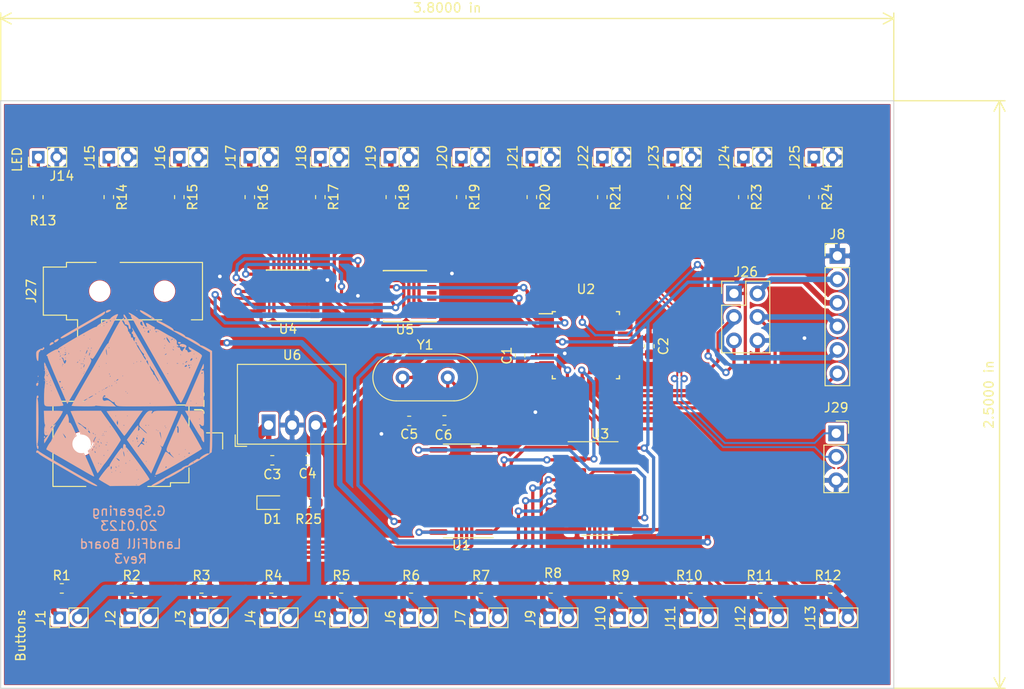
<source format=kicad_pcb>
(kicad_pcb (version 20171130) (host pcbnew 5.1.5-52549c5~84~ubuntu18.04.1)
  (layers (0 F.Cu signal) (31 B.Cu signal) (34 B.Paste user) (35 F.Paste user) (36 B.SilkS user) (37 F.SilkS user) (38 B.Mask user) (39 F.Mask user) (44 Edge.Cuts user))
  (net 0 "")
  (net 1 GND)
  (net 2 +5V)
  (net 3 "Net-(C2-Pad1)")
  (net 4 +12V)
  (net 5 "Net-(D1-Pad2)")
  (net 6 "Net-(J1-Pad1)")
  (net 7 "Net-(J2-Pad1)")
  (net 8 "Net-(J3-Pad1)")
  (net 9 "Net-(J4-Pad1)")
  (net 10 "Net-(J5-Pad1)")
  (net 11 "Net-(J6-Pad1)")
  (net 12 "Net-(J7-Pad1)")
  (net 13 /MISO)
  (net 14 /MOSI)
  (net 15 /SCK)
  (net 16 /CS)
  (net 17 "Net-(J9-Pad1)")
  (net 18 "Net-(J10-Pad1)")
  (net 19 "Net-(J11-Pad1)")
  (net 20 "Net-(J12-Pad1)")
  (net 21 "Net-(J13-Pad1)")
  (net 22 "Net-(J14-Pad1)")
  (net 23 "Net-(J15-Pad1)")
  (net 24 "Net-(J16-Pad1)")
  (net 25 "Net-(J17-Pad1)")
  (net 26 "Net-(J18-Pad1)")
  (net 27 "Net-(J19-Pad1)")
  (net 28 "Net-(J20-Pad1)")
  (net 29 "Net-(J21-Pad1)")
  (net 30 "Net-(J22-Pad1)")
  (net 31 "Net-(J23-Pad1)")
  (net 32 "Net-(J24-Pad1)")
  (net 33 "Net-(J25-Pad1)")
  (net 34 /RST)
  (net 35 /Audio_Out)
  (net 36 "Net-(R13-Pad2)")
  (net 37 "Net-(R14-Pad2)")
  (net 38 "Net-(R15-Pad2)")
  (net 39 "Net-(R16-Pad2)")
  (net 40 "Net-(R17-Pad2)")
  (net 41 "Net-(R18-Pad2)")
  (net 42 "Net-(R19-Pad2)")
  (net 43 "Net-(R20-Pad2)")
  (net 44 "Net-(R21-Pad2)")
  (net 45 "Net-(R22-Pad2)")
  (net 46 "Net-(R23-Pad2)")
  (net 47 "Net-(R24-Pad2)")
  (net 48 /Enable_Pin)
  (net 49 /165_Daisy)
  (net 50 /Clock_Pin)
  (net 51 /Load_Pin)
  (net 52 "Net-(U2-Pad1)")
  (net 53 "Net-(U2-Pad2)")
  (net 54 /Data_Pin)
  (net 55 "Net-(U2-Pad32)")
  (net 56 "Net-(U4-Pad9)")
  (net 57 "Net-(C5-Pad2)")
  (net 58 "Net-(C6-Pad2)")
  (net 59 /RX+)
  (net 60 /RX-)
  (module Arcana:arcana_logo (layer B.Cu) (at 60.3885 127.3175 180)
    (fp_text reference G*** hide)
    (fp_text value LOGO hide)
  )
  (module Connector_PinSocket_2.54mm:PinSocket_1x03_P2.54mm_Vertical (layer F.Cu) (at 137.287 131.191)
    (fp_text reference J29 (at 0 -2.77) (layer F.SilkS))
    (fp_text value Conn_01x03)
    (pad 1 thru_hole rect (at 0 0) (size 1.7 1.7) (drill 1) (layers *.Cu *.Mask) (net 59 /RX+))
    (pad 2 thru_hole oval (at 0 2.54) (size 1.7 1.7) (drill 1) (layers *.Cu *.Mask) (net 60 /RX-))
    (pad 3 thru_hole oval (at 0 5.08) (size 1.7 1.7) (drill 1) (layers *.Cu *.Mask) (net 1 GND))
  )
  (module Capacitor_SMD:C_0603_1608Metric_Pad1.05x0.95mm_HandSolder (layer F.Cu) (at 103.124 122.795 90)
    (fp_text reference C1 (at 0 -1.43 90) (layer F.SilkS))
    (fp_text value .1u)
    (pad 2 smd roundrect (at 0.875 0 90) (size 1.05 0.95) (layers F.Cu F.Paste F.Mask) (net 1 GND))
    (pad 1 smd roundrect (at -0.875 0 90) (size 1.05 0.95) (layers F.Cu F.Paste F.Mask) (net 2 +5V))
  )
  (module Capacitor_SMD:C_0603_1608Metric_Pad1.05x0.95mm_HandSolder (layer F.Cu) (at 117.094 121.779 90)
    (fp_text reference C2 (at 0 1.524 90) (layer F.SilkS))
    (fp_text value .1u)
    (pad 1 smd roundrect (at -0.875 0 90) (size 1.05 0.95) (layers F.Cu F.Paste F.Mask) (net 3 "Net-(C2-Pad1)"))
    (pad 2 smd roundrect (at 0.875 0 90) (size 1.05 0.95) (layers F.Cu F.Paste F.Mask) (net 1 GND))
  )
  (module Capacitor_SMD:C_0603_1608Metric_Pad1.05x0.95mm_HandSolder (layer F.Cu) (at 76.341 134.112)
    (fp_text reference C3 (at 0 1.524) (layer F.SilkS))
    (fp_text value 1u)
    (pad 1 smd roundrect (at -0.875 0) (size 1.05 0.95) (layers F.Cu F.Paste F.Mask) (net 4 +12V))
    (pad 2 smd roundrect (at 0.875 0) (size 1.05 0.95) (layers F.Cu F.Paste F.Mask) (net 1 GND))
  )
  (module Capacitor_SMD:C_0603_1608Metric_Pad1.05x0.95mm_HandSolder (layer F.Cu) (at 80.151 134.112 180)
    (fp_text reference C4 (at 0 -1.43) (layer F.SilkS))
    (fp_text value 10u)
    (pad 2 smd roundrect (at 0.875 0 180) (size 1.05 0.95) (layers F.Cu F.Paste F.Mask) (net 1 GND))
    (pad 1 smd roundrect (at -0.875 0 180) (size 1.05 0.95) (layers F.Cu F.Paste F.Mask) (net 2 +5V))
  )
  (module LED_SMD:LED_0603_1608Metric_Pad1.05x0.95mm_HandSolder (layer F.Cu) (at 76.341 138.684)
    (fp_text reference D1 (at 0 1.778) (layer F.SilkS))
    (fp_text value LED)
    (pad 1 smd roundrect (at -0.875 0) (size 1.05 0.95) (layers F.Cu F.Paste F.Mask) (net 1 GND))
    (pad 2 smd roundrect (at 0.875 0) (size 1.05 0.95) (layers F.Cu F.Paste F.Mask) (net 5 "Net-(D1-Pad2)"))
  )
  (module Connector_PinHeader_2.00mm:PinHeader_1x02_P2.00mm_Vertical (layer F.Cu) (at 53.372 151.13 90)
    (fp_text reference J1 (at 0 -2.06 90) (layer F.SilkS))
    (fp_text value Conn_01x02)
    (pad 1 thru_hole rect (at 0 0 90) (size 1.35 1.35) (drill 0.8) (layers *.Cu *.Mask) (net 6 "Net-(J1-Pad1)"))
    (pad 2 thru_hole oval (at 0 2 90) (size 1.35 1.35) (drill 0.8) (layers *.Cu *.Mask) (net 2 +5V))
  )
  (module Connector_PinHeader_2.00mm:PinHeader_1x02_P2.00mm_Vertical (layer F.Cu) (at 60.934272 151.13 90)
    (fp_text reference J2 (at 0 -2.06 90) (layer F.SilkS))
    (fp_text value Conn_01x02)
    (pad 1 thru_hole rect (at 0 0 90) (size 1.35 1.35) (drill 0.8) (layers *.Cu *.Mask) (net 7 "Net-(J2-Pad1)"))
    (pad 2 thru_hole oval (at 0 2 90) (size 1.35 1.35) (drill 0.8) (layers *.Cu *.Mask) (net 2 +5V))
  )
  (module Connector_PinHeader_2.00mm:PinHeader_1x02_P2.00mm_Vertical (layer F.Cu) (at 68.496544 151.13 90)
    (fp_text reference J3 (at 0 -2.06 90) (layer F.SilkS))
    (fp_text value Conn_01x02)
    (pad 1 thru_hole rect (at 0 0 90) (size 1.35 1.35) (drill 0.8) (layers *.Cu *.Mask) (net 8 "Net-(J3-Pad1)"))
    (pad 2 thru_hole oval (at 0 2 90) (size 1.35 1.35) (drill 0.8) (layers *.Cu *.Mask) (net 2 +5V))
  )
  (module Connector_PinHeader_2.00mm:PinHeader_1x02_P2.00mm_Vertical (layer F.Cu) (at 76.058816 151.13 90)
    (fp_text reference J4 (at 0 -2.06 90) (layer F.SilkS))
    (fp_text value Conn_01x02)
    (pad 1 thru_hole rect (at 0 0 90) (size 1.35 1.35) (drill 0.8) (layers *.Cu *.Mask) (net 9 "Net-(J4-Pad1)"))
    (pad 2 thru_hole oval (at 0 2 90) (size 1.35 1.35) (drill 0.8) (layers *.Cu *.Mask) (net 2 +5V))
  )
  (module Connector_PinHeader_2.00mm:PinHeader_1x02_P2.00mm_Vertical (layer F.Cu) (at 83.621088 151.13 90)
    (fp_text reference J5 (at 0 -2.06 90) (layer F.SilkS))
    (fp_text value Conn_01x02)
    (pad 1 thru_hole rect (at 0 0 90) (size 1.35 1.35) (drill 0.8) (layers *.Cu *.Mask) (net 10 "Net-(J5-Pad1)"))
    (pad 2 thru_hole oval (at 0 2 90) (size 1.35 1.35) (drill 0.8) (layers *.Cu *.Mask) (net 2 +5V))
  )
  (module Connector_PinHeader_2.00mm:PinHeader_1x02_P2.00mm_Vertical (layer F.Cu) (at 91.18336 151.13 90)
    (fp_text reference J6 (at 0 -2.06 90) (layer F.SilkS))
    (fp_text value Conn_01x02)
    (pad 1 thru_hole rect (at 0 0 90) (size 1.35 1.35) (drill 0.8) (layers *.Cu *.Mask) (net 11 "Net-(J6-Pad1)"))
    (pad 2 thru_hole oval (at 0 2 90) (size 1.35 1.35) (drill 0.8) (layers *.Cu *.Mask) (net 2 +5V))
  )
  (module Connector_PinHeader_2.00mm:PinHeader_1x02_P2.00mm_Vertical (layer F.Cu) (at 98.745632 151.13 90)
    (fp_text reference J7 (at 0 -2.06 90) (layer F.SilkS))
    (fp_text value Conn_01x02)
    (pad 1 thru_hole rect (at 0 0 90) (size 1.35 1.35) (drill 0.8) (layers *.Cu *.Mask) (net 12 "Net-(J7-Pad1)"))
    (pad 2 thru_hole oval (at 0 2 90) (size 1.35 1.35) (drill 0.8) (layers *.Cu *.Mask) (net 2 +5V))
  )
  (module Connector_PinHeader_2.54mm:PinHeader_1x06_P2.54mm_Vertical (layer F.Cu) (at 137.414 112.014)
    (fp_text reference J8 (at 0 -2.33) (layer F.SilkS))
    (fp_text value Conn_01x06)
    (pad 1 thru_hole rect (at 0 0) (size 1.7 1.7) (drill 1) (layers *.Cu *.Mask) (net 1 GND))
    (pad 2 thru_hole oval (at 0 2.54) (size 1.7 1.7) (drill 1) (layers *.Cu *.Mask) (net 2 +5V))
    (pad 3 thru_hole oval (at 0 5.08) (size 1.7 1.7) (drill 1) (layers *.Cu *.Mask) (net 13 /MISO))
    (pad 4 thru_hole oval (at 0 7.62) (size 1.7 1.7) (drill 1) (layers *.Cu *.Mask) (net 14 /MOSI))
    (pad 5 thru_hole oval (at 0 10.16) (size 1.7 1.7) (drill 1) (layers *.Cu *.Mask) (net 15 /SCK))
    (pad 6 thru_hole oval (at 0 12.7) (size 1.7 1.7) (drill 1) (layers *.Cu *.Mask) (net 16 /CS))
  )
  (module Connector_PinHeader_2.00mm:PinHeader_1x02_P2.00mm_Vertical (layer F.Cu) (at 106.307904 151.13 90)
    (fp_text reference J9 (at 0 -2.06 90) (layer F.SilkS))
    (fp_text value Conn_01x02)
    (pad 2 thru_hole oval (at 0 2 90) (size 1.35 1.35) (drill 0.8) (layers *.Cu *.Mask) (net 2 +5V))
    (pad 1 thru_hole rect (at 0 0 90) (size 1.35 1.35) (drill 0.8) (layers *.Cu *.Mask) (net 17 "Net-(J9-Pad1)"))
  )
  (module Connector_PinHeader_2.00mm:PinHeader_1x02_P2.00mm_Vertical (layer F.Cu) (at 113.870176 151.13 90)
    (fp_text reference J10 (at 0 -2.06 90) (layer F.SilkS))
    (fp_text value Conn_01x02)
    (pad 1 thru_hole rect (at 0 0 90) (size 1.35 1.35) (drill 0.8) (layers *.Cu *.Mask) (net 18 "Net-(J10-Pad1)"))
    (pad 2 thru_hole oval (at 0 2 90) (size 1.35 1.35) (drill 0.8) (layers *.Cu *.Mask) (net 2 +5V))
  )
  (module Connector_PinHeader_2.00mm:PinHeader_1x02_P2.00mm_Vertical (layer F.Cu) (at 121.432448 151.13 90)
    (fp_text reference J11 (at 0 -2.06 90) (layer F.SilkS))
    (fp_text value Conn_01x02)
    (pad 1 thru_hole rect (at 0 0 90) (size 1.35 1.35) (drill 0.8) (layers *.Cu *.Mask) (net 19 "Net-(J11-Pad1)"))
    (pad 2 thru_hole oval (at 0 2 90) (size 1.35 1.35) (drill 0.8) (layers *.Cu *.Mask) (net 2 +5V))
  )
  (module Connector_PinHeader_2.00mm:PinHeader_1x02_P2.00mm_Vertical (layer F.Cu) (at 128.99472 151.13 90)
    (fp_text reference J12 (at 0 -2.06 90) (layer F.SilkS))
    (fp_text value Conn_01x02)
    (pad 1 thru_hole rect (at 0 0 90) (size 1.35 1.35) (drill 0.8) (layers *.Cu *.Mask) (net 20 "Net-(J12-Pad1)"))
    (pad 2 thru_hole oval (at 0 2 90) (size 1.35 1.35) (drill 0.8) (layers *.Cu *.Mask) (net 2 +5V))
  )
  (module Connector_PinHeader_2.00mm:PinHeader_1x02_P2.00mm_Vertical (layer F.Cu) (at 136.557 151.13 90)
    (fp_text reference J13 (at 0 -2.06 90) (layer F.SilkS))
    (fp_text value Conn_01x02)
    (pad 1 thru_hole rect (at 0 0 90) (size 1.35 1.35) (drill 0.8) (layers *.Cu *.Mask) (net 21 "Net-(J13-Pad1)"))
    (pad 2 thru_hole oval (at 0 2 90) (size 1.35 1.35) (drill 0.8) (layers *.Cu *.Mask) (net 2 +5V))
  )
  (module Connector_PinHeader_2.00mm:PinHeader_1x02_P2.00mm_Vertical (layer F.Cu) (at 51.054 101.346 90)
    (fp_text reference J14 (at -2.032 2.54 180) (layer F.SilkS))
    (fp_text value Conn_01x02)
    (pad 2 thru_hole oval (at 0 2 90) (size 1.35 1.35) (drill 0.8) (layers *.Cu *.Mask) (net 1 GND))
    (pad 1 thru_hole rect (at 0 0 90) (size 1.35 1.35) (drill 0.8) (layers *.Cu *.Mask) (net 22 "Net-(J14-Pad1)"))
  )
  (module Connector_PinHeader_2.00mm:PinHeader_1x02_P2.00mm_Vertical (layer F.Cu) (at 58.674 101.346 90)
    (fp_text reference J15 (at 0 -2.06 90) (layer F.SilkS))
    (fp_text value Conn_01x02)
    (pad 2 thru_hole oval (at 0 2 90) (size 1.35 1.35) (drill 0.8) (layers *.Cu *.Mask) (net 1 GND))
    (pad 1 thru_hole rect (at 0 0 90) (size 1.35 1.35) (drill 0.8) (layers *.Cu *.Mask) (net 23 "Net-(J15-Pad1)"))
  )
  (module Connector_PinHeader_2.00mm:PinHeader_1x02_P2.00mm_Vertical (layer F.Cu) (at 66.294 101.346 90)
    (fp_text reference J16 (at 0 -2.06 90) (layer F.SilkS))
    (fp_text value Conn_01x02)
    (pad 2 thru_hole oval (at 0 2 90) (size 1.35 1.35) (drill 0.8) (layers *.Cu *.Mask) (net 1 GND))
    (pad 1 thru_hole rect (at 0 0 90) (size 1.35 1.35) (drill 0.8) (layers *.Cu *.Mask) (net 24 "Net-(J16-Pad1)"))
  )
  (module Connector_PinHeader_2.00mm:PinHeader_1x02_P2.00mm_Vertical (layer F.Cu) (at 73.914 101.346 90)
    (fp_text reference J17 (at 0 -2.06 90) (layer F.SilkS))
    (fp_text value Conn_01x02)
    (pad 2 thru_hole oval (at 0 2 90) (size 1.35 1.35) (drill 0.8) (layers *.Cu *.Mask) (net 1 GND))
    (pad 1 thru_hole rect (at 0 0 90) (size 1.35 1.35) (drill 0.8) (layers *.Cu *.Mask) (net 25 "Net-(J17-Pad1)"))
  )
  (module Connector_PinHeader_2.00mm:PinHeader_1x02_P2.00mm_Vertical (layer F.Cu) (at 81.534 101.346 90)
    (fp_text reference J18 (at 0 -2.06 90) (layer F.SilkS))
    (fp_text value Conn_01x02)
    (pad 2 thru_hole oval (at 0 2 90) (size 1.35 1.35) (drill 0.8) (layers *.Cu *.Mask) (net 1 GND))
    (pad 1 thru_hole rect (at 0 0 90) (size 1.35 1.35) (drill 0.8) (layers *.Cu *.Mask) (net 26 "Net-(J18-Pad1)"))
  )
  (module Connector_PinHeader_2.00mm:PinHeader_1x02_P2.00mm_Vertical (layer F.Cu) (at 89.059 101.346 90)
    (fp_text reference J19 (at 0 -2.06 90) (layer F.SilkS))
    (fp_text value Conn_01x02)
    (pad 1 thru_hole rect (at 0 0 90) (size 1.35 1.35) (drill 0.8) (layers *.Cu *.Mask) (net 27 "Net-(J19-Pad1)"))
    (pad 2 thru_hole oval (at 0 2 90) (size 1.35 1.35) (drill 0.8) (layers *.Cu *.Mask) (net 1 GND))
  )
  (module Connector_PinHeader_2.00mm:PinHeader_1x02_P2.00mm_Vertical (layer F.Cu) (at 96.774 101.346 90)
    (fp_text reference J20 (at 0 -2.06 90) (layer F.SilkS))
    (fp_text value Conn_01x02)
    (pad 2 thru_hole oval (at 0 2 90) (size 1.35 1.35) (drill 0.8) (layers *.Cu *.Mask) (net 1 GND))
    (pad 1 thru_hole rect (at 0 0 90) (size 1.35 1.35) (drill 0.8) (layers *.Cu *.Mask) (net 28 "Net-(J20-Pad1)"))
  )
  (module Connector_PinHeader_2.00mm:PinHeader_1x02_P2.00mm_Vertical (layer F.Cu) (at 104.394 101.346 90)
    (fp_text reference J21 (at 0 -2.06 90) (layer F.SilkS))
    (fp_text value Conn_01x02)
    (pad 2 thru_hole oval (at 0 2 90) (size 1.35 1.35) (drill 0.8) (layers *.Cu *.Mask) (net 1 GND))
    (pad 1 thru_hole rect (at 0 0 90) (size 1.35 1.35) (drill 0.8) (layers *.Cu *.Mask) (net 29 "Net-(J21-Pad1)"))
  )
  (module Connector_PinHeader_2.00mm:PinHeader_1x02_P2.00mm_Vertical (layer F.Cu) (at 112.014 101.346 90)
    (fp_text reference J22 (at 0 -2.06 90) (layer F.SilkS))
    (fp_text value Conn_01x02)
    (pad 2 thru_hole oval (at 0 2 90) (size 1.35 1.35) (drill 0.8) (layers *.Cu *.Mask) (net 1 GND))
    (pad 1 thru_hole rect (at 0 0 90) (size 1.35 1.35) (drill 0.8) (layers *.Cu *.Mask) (net 30 "Net-(J22-Pad1)"))
  )
  (module Connector_PinHeader_2.00mm:PinHeader_1x02_P2.00mm_Vertical (layer F.Cu) (at 119.634 101.346 90)
    (fp_text reference J23 (at 0 -2.06 90) (layer F.SilkS))
    (fp_text value Conn_01x02)
    (pad 2 thru_hole oval (at 0 2 90) (size 1.35 1.35) (drill 0.8) (layers *.Cu *.Mask) (net 1 GND))
    (pad 1 thru_hole rect (at 0 0 90) (size 1.35 1.35) (drill 0.8) (layers *.Cu *.Mask) (net 31 "Net-(J23-Pad1)"))
  )
  (module Connector_PinHeader_2.00mm:PinHeader_1x02_P2.00mm_Vertical (layer F.Cu) (at 127.254 101.346 90)
    (fp_text reference J24 (at 0 -2.06 90) (layer F.SilkS))
    (fp_text value Conn_01x02)
    (pad 2 thru_hole oval (at 0 2 90) (size 1.35 1.35) (drill 0.8) (layers *.Cu *.Mask) (net 1 GND))
    (pad 1 thru_hole rect (at 0 0 90) (size 1.35 1.35) (drill 0.8) (layers *.Cu *.Mask) (net 32 "Net-(J24-Pad1)"))
  )
  (module Connector_PinHeader_2.00mm:PinHeader_1x02_P2.00mm_Vertical (layer F.Cu) (at 134.874 101.346 90)
    (fp_text reference J25 (at 0 -2.06 90) (layer F.SilkS))
    (fp_text value Conn_01x02)
    (pad 2 thru_hole oval (at 0 2 90) (size 1.35 1.35) (drill 0.8) (layers *.Cu *.Mask) (net 1 GND))
    (pad 1 thru_hole rect (at 0 0 90) (size 1.35 1.35) (drill 0.8) (layers *.Cu *.Mask) (net 33 "Net-(J25-Pad1)"))
  )
  (module Connector_PinHeader_2.54mm:PinHeader_2x03_P2.54mm_Vertical (layer F.Cu) (at 126.238 116.078)
    (fp_text reference J26 (at 1.27 -2.33) (layer F.SilkS))
    (fp_text value Conn_02x03_Odd_Even)
    (pad 1 thru_hole rect (at 0 0) (size 1.7 1.7) (drill 1) (layers *.Cu *.Mask) (net 13 /MISO))
    (pad 2 thru_hole oval (at 2.54 0) (size 1.7 1.7) (drill 1) (layers *.Cu *.Mask) (net 2 +5V))
    (pad 3 thru_hole oval (at 0 2.54) (size 1.7 1.7) (drill 1) (layers *.Cu *.Mask) (net 15 /SCK))
    (pad 4 thru_hole oval (at 2.54 2.54) (size 1.7 1.7) (drill 1) (layers *.Cu *.Mask) (net 14 /MOSI))
    (pad 5 thru_hole oval (at 0 5.08) (size 1.7 1.7) (drill 1) (layers *.Cu *.Mask) (net 34 /RST))
    (pad 6 thru_hole oval (at 2.54 5.08) (size 1.7 1.7) (drill 1) (layers *.Cu *.Mask) (net 1 GND))
  )
  (module Connector_BarrelJack:BarrelJack_CUI_PJ-036AH-SMT_Horizontal (layer F.Cu) (at 62.738 132.334 270)
    (fp_text reference J28 (at -4.5 -5.75 90) (layer F.SilkS))
    (fp_text value Barrel_Jack_Switch)
    (pad "" np_thru_hole circle (at 0 7 270) (size 2 2) (drill 2) (layers *.Cu *.Mask))
    (pad 3 smd rect (at 6.45 3.2 270) (size 3.9 6.2) (layers F.Cu F.Paste F.Mask) (net 1 GND))
    (pad 2 smd rect (at -6.45 3.2 270) (size 3.9 6.2) (layers F.Cu F.Paste F.Mask) (net 1 GND))
    (pad 1 smd rect (at 0.7 -5.8 270) (size 3.3 4.4) (layers F.Cu F.Paste F.Mask) (net 4 +12V))
  )
  (module Resistor_SMD:R_0603_1608Metric_Pad1.05x0.95mm_HandSolder (layer F.Cu) (at 53.594 147.955 180)
    (fp_text reference R1 (at 0.014 1.397) (layer F.SilkS))
    (fp_text value 10k)
    (pad 1 smd roundrect (at -0.875 0 180) (size 1.05 0.95) (layers F.Cu F.Paste F.Mask) (net 1 GND))
    (pad 2 smd roundrect (at 0.875 0 180) (size 1.05 0.95) (layers F.Cu F.Paste F.Mask) (net 6 "Net-(J1-Pad1)"))
  )
  (module Resistor_SMD:R_0603_1608Metric_Pad1.05x0.95mm_HandSolder (layer F.Cu) (at 61.144727 147.955 180)
    (fp_text reference R2 (at 0 1.397) (layer F.SilkS))
    (fp_text value 10k)
    (pad 1 smd roundrect (at -0.875 0 180) (size 1.05 0.95) (layers F.Cu F.Paste F.Mask) (net 1 GND))
    (pad 2 smd roundrect (at 0.875 0 180) (size 1.05 0.95) (layers F.Cu F.Paste F.Mask) (net 7 "Net-(J2-Pad1)"))
  )
  (module Resistor_SMD:R_0603_1608Metric_Pad1.05x0.95mm_HandSolder (layer F.Cu) (at 68.695454 147.955 180)
    (fp_text reference R3 (at 0 1.397) (layer F.SilkS))
    (fp_text value 10k)
    (pad 1 smd roundrect (at -0.875 0 180) (size 1.05 0.95) (layers F.Cu F.Paste F.Mask) (net 1 GND))
    (pad 2 smd roundrect (at 0.875 0 180) (size 1.05 0.95) (layers F.Cu F.Paste F.Mask) (net 8 "Net-(J3-Pad1)"))
  )
  (module Resistor_SMD:R_0603_1608Metric_Pad1.05x0.95mm_HandSolder (layer F.Cu) (at 76.246181 147.955 180)
    (fp_text reference R4 (at -0.207819 1.397) (layer F.SilkS))
    (fp_text value 10k)
    (pad 1 smd roundrect (at -0.875 0 180) (size 1.05 0.95) (layers F.Cu F.Paste F.Mask) (net 1 GND))
    (pad 2 smd roundrect (at 0.875 0 180) (size 1.05 0.95) (layers F.Cu F.Paste F.Mask) (net 9 "Net-(J4-Pad1)"))
  )
  (module Resistor_SMD:R_0603_1608Metric_Pad1.05x0.95mm_HandSolder (layer F.Cu) (at 83.796908 147.955 180)
    (fp_text reference R5 (at -0.023092 1.397) (layer F.SilkS))
    (fp_text value 10k)
    (pad 1 smd roundrect (at -0.875 0 180) (size 1.05 0.95) (layers F.Cu F.Paste F.Mask) (net 1 GND))
    (pad 2 smd roundrect (at 0.875 0 180) (size 1.05 0.95) (layers F.Cu F.Paste F.Mask) (net 10 "Net-(J5-Pad1)"))
  )
  (module Resistor_SMD:R_0603_1608Metric_Pad1.05x0.95mm_HandSolder (layer F.Cu) (at 91.347635 147.955 180)
    (fp_text reference R6 (at 0 1.397) (layer F.SilkS))
    (fp_text value 10k)
    (pad 1 smd roundrect (at -0.875 0 180) (size 1.05 0.95) (layers F.Cu F.Paste F.Mask) (net 1 GND))
    (pad 2 smd roundrect (at 0.875 0 180) (size 1.05 0.95) (layers F.Cu F.Paste F.Mask) (net 11 "Net-(J6-Pad1)"))
  )
  (module Resistor_SMD:R_0603_1608Metric_Pad1.05x0.95mm_HandSolder (layer F.Cu) (at 98.898362 147.955 180)
    (fp_text reference R7 (at 0 1.397) (layer F.SilkS))
    (fp_text value 10k)
    (pad 1 smd roundrect (at -0.875 0 180) (size 1.05 0.95) (layers F.Cu F.Paste F.Mask) (net 1 GND))
    (pad 2 smd roundrect (at 0.875 0 180) (size 1.05 0.95) (layers F.Cu F.Paste F.Mask) (net 12 "Net-(J7-Pad1)"))
  )
  (module Resistor_SMD:R_0603_1608Metric_Pad1.05x0.95mm_HandSolder (layer F.Cu) (at 106.449089 147.955 180)
    (fp_text reference R8 (at -0.230911 1.651) (layer F.SilkS))
    (fp_text value 10k)
    (pad 2 smd roundrect (at 0.875 0 180) (size 1.05 0.95) (layers F.Cu F.Paste F.Mask) (net 17 "Net-(J9-Pad1)"))
    (pad 1 smd roundrect (at -0.875 0 180) (size 1.05 0.95) (layers F.Cu F.Paste F.Mask) (net 1 GND))
  )
  (module Resistor_SMD:R_0603_1608Metric_Pad1.05x0.95mm_HandSolder (layer F.Cu) (at 113.999816 147.955 180)
    (fp_text reference R9 (at 0 1.397) (layer F.SilkS))
    (fp_text value 10k)
    (pad 2 smd roundrect (at 0.875 0 180) (size 1.05 0.95) (layers F.Cu F.Paste F.Mask) (net 18 "Net-(J10-Pad1)"))
    (pad 1 smd roundrect (at -0.875 0 180) (size 1.05 0.95) (layers F.Cu F.Paste F.Mask) (net 1 GND))
  )
  (module Resistor_SMD:R_0603_1608Metric_Pad1.05x0.95mm_HandSolder (layer F.Cu) (at 121.550543 147.955 180)
    (fp_text reference R10 (at 0.138543 1.397) (layer F.SilkS))
    (fp_text value 10k)
    (pad 2 smd roundrect (at 0.875 0 180) (size 1.05 0.95) (layers F.Cu F.Paste F.Mask) (net 19 "Net-(J11-Pad1)"))
    (pad 1 smd roundrect (at -0.875 0 180) (size 1.05 0.95) (layers F.Cu F.Paste F.Mask) (net 1 GND))
  )
  (module Resistor_SMD:R_0603_1608Metric_Pad1.05x0.95mm_HandSolder (layer F.Cu) (at 129.10127 147.955 180)
    (fp_text reference R11 (at 0.06927 1.397) (layer F.SilkS))
    (fp_text value 10k)
    (pad 2 smd roundrect (at 0.875 0 180) (size 1.05 0.95) (layers F.Cu F.Paste F.Mask) (net 20 "Net-(J12-Pad1)"))
    (pad 1 smd roundrect (at -0.875 0 180) (size 1.05 0.95) (layers F.Cu F.Paste F.Mask) (net 1 GND))
  )
  (module Resistor_SMD:R_0603_1608Metric_Pad1.05x0.95mm_HandSolder (layer F.Cu) (at 136.652 147.955 180)
    (fp_text reference R12 (at 0.254 1.397) (layer F.SilkS))
    (fp_text value 10k)
    (pad 2 smd roundrect (at 0.875 0 180) (size 1.05 0.95) (layers F.Cu F.Paste F.Mask) (net 21 "Net-(J13-Pad1)"))
    (pad 1 smd roundrect (at -0.875 0 180) (size 1.05 0.95) (layers F.Cu F.Paste F.Mask) (net 1 GND))
  )
  (module Resistor_SMD:R_0603_1608Metric_Pad1.05x0.95mm_HandSolder (layer F.Cu) (at 51.054 105.664 270)
    (fp_text reference R13 (at 2.54 -0.508 180) (layer F.SilkS))
    (fp_text value 330)
    (pad 1 smd roundrect (at -0.875 0 270) (size 1.05 0.95) (layers F.Cu F.Paste F.Mask) (net 22 "Net-(J14-Pad1)"))
    (pad 2 smd roundrect (at 0.875 0 270) (size 1.05 0.95) (layers F.Cu F.Paste F.Mask) (net 36 "Net-(R13-Pad2)"))
  )
  (module Resistor_SMD:R_0603_1608Metric_Pad1.05x0.95mm_HandSolder (layer F.Cu) (at 58.674 105.664 270)
    (fp_text reference R14 (at 0 -1.43 90) (layer F.SilkS))
    (fp_text value 330)
    (pad 1 smd roundrect (at -0.875 0 270) (size 1.05 0.95) (layers F.Cu F.Paste F.Mask) (net 23 "Net-(J15-Pad1)"))
    (pad 2 smd roundrect (at 0.875 0 270) (size 1.05 0.95) (layers F.Cu F.Paste F.Mask) (net 37 "Net-(R14-Pad2)"))
  )
  (module Resistor_SMD:R_0603_1608Metric_Pad1.05x0.95mm_HandSolder (layer F.Cu) (at 66.294 105.664 270)
    (fp_text reference R15 (at 0 -1.43 90) (layer F.SilkS))
    (fp_text value 330)
    (pad 1 smd roundrect (at -0.875 0 270) (size 1.05 0.95) (layers F.Cu F.Paste F.Mask) (net 24 "Net-(J16-Pad1)"))
    (pad 2 smd roundrect (at 0.875 0 270) (size 1.05 0.95) (layers F.Cu F.Paste F.Mask) (net 38 "Net-(R15-Pad2)"))
  )
  (module Resistor_SMD:R_0603_1608Metric_Pad1.05x0.95mm_HandSolder (layer F.Cu) (at 73.914 105.664 270)
    (fp_text reference R16 (at 0 -1.43 90) (layer F.SilkS))
    (fp_text value 330)
    (pad 1 smd roundrect (at -0.875 0 270) (size 1.05 0.95) (layers F.Cu F.Paste F.Mask) (net 25 "Net-(J17-Pad1)"))
    (pad 2 smd roundrect (at 0.875 0 270) (size 1.05 0.95) (layers F.Cu F.Paste F.Mask) (net 39 "Net-(R16-Pad2)"))
  )
  (module Resistor_SMD:R_0603_1608Metric_Pad1.05x0.95mm_HandSolder (layer F.Cu) (at 81.534 105.664 270)
    (fp_text reference R17 (at 0 -1.43 90) (layer F.SilkS))
    (fp_text value 330)
    (pad 1 smd roundrect (at -0.875 0 270) (size 1.05 0.95) (layers F.Cu F.Paste F.Mask) (net 26 "Net-(J18-Pad1)"))
    (pad 2 smd roundrect (at 0.875 0 270) (size 1.05 0.95) (layers F.Cu F.Paste F.Mask) (net 40 "Net-(R17-Pad2)"))
  )
  (module Resistor_SMD:R_0603_1608Metric_Pad1.05x0.95mm_HandSolder (layer F.Cu) (at 89.154 105.664 270)
    (fp_text reference R18 (at 0 -1.43 90) (layer F.SilkS))
    (fp_text value 330)
    (pad 1 smd roundrect (at -0.875 0 270) (size 1.05 0.95) (layers F.Cu F.Paste F.Mask) (net 27 "Net-(J19-Pad1)"))
    (pad 2 smd roundrect (at 0.875 0 270) (size 1.05 0.95) (layers F.Cu F.Paste F.Mask) (net 41 "Net-(R18-Pad2)"))
  )
  (module Resistor_SMD:R_0603_1608Metric_Pad1.05x0.95mm_HandSolder (layer F.Cu) (at 96.774 105.664 270)
    (fp_text reference R19 (at 0 -1.43 90) (layer F.SilkS))
    (fp_text value 330)
    (pad 2 smd roundrect (at 0.875 0 270) (size 1.05 0.95) (layers F.Cu F.Paste F.Mask) (net 42 "Net-(R19-Pad2)"))
    (pad 1 smd roundrect (at -0.875 0 270) (size 1.05 0.95) (layers F.Cu F.Paste F.Mask) (net 28 "Net-(J20-Pad1)"))
  )
  (module Resistor_SMD:R_0603_1608Metric_Pad1.05x0.95mm_HandSolder (layer F.Cu) (at 104.394 105.664 270)
    (fp_text reference R20 (at 0 -1.43 90) (layer F.SilkS))
    (fp_text value 330)
    (pad 2 smd roundrect (at 0.875 0 270) (size 1.05 0.95) (layers F.Cu F.Paste F.Mask) (net 43 "Net-(R20-Pad2)"))
    (pad 1 smd roundrect (at -0.875 0 270) (size 1.05 0.95) (layers F.Cu F.Paste F.Mask) (net 29 "Net-(J21-Pad1)"))
  )
  (module Resistor_SMD:R_0603_1608Metric_Pad1.05x0.95mm_HandSolder (layer F.Cu) (at 112.014 105.664 270)
    (fp_text reference R21 (at 0 -1.43 90) (layer F.SilkS))
    (fp_text value 330)
    (pad 2 smd roundrect (at 0.875 0 270) (size 1.05 0.95) (layers F.Cu F.Paste F.Mask) (net 44 "Net-(R21-Pad2)"))
    (pad 1 smd roundrect (at -0.875 0 270) (size 1.05 0.95) (layers F.Cu F.Paste F.Mask) (net 30 "Net-(J22-Pad1)"))
  )
  (module Resistor_SMD:R_0603_1608Metric_Pad1.05x0.95mm_HandSolder (layer F.Cu) (at 119.634 105.664 270)
    (fp_text reference R22 (at 0 -1.43 90) (layer F.SilkS))
    (fp_text value 330)
    (pad 2 smd roundrect (at 0.875 0 270) (size 1.05 0.95) (layers F.Cu F.Paste F.Mask) (net 45 "Net-(R22-Pad2)"))
    (pad 1 smd roundrect (at -0.875 0 270) (size 1.05 0.95) (layers F.Cu F.Paste F.Mask) (net 31 "Net-(J23-Pad1)"))
  )
  (module Resistor_SMD:R_0603_1608Metric_Pad1.05x0.95mm_HandSolder (layer F.Cu) (at 127.254 105.664 270)
    (fp_text reference R23 (at 0 -1.43 90) (layer F.SilkS))
    (fp_text value 330)
    (pad 2 smd roundrect (at 0.875 0 270) (size 1.05 0.95) (layers F.Cu F.Paste F.Mask) (net 46 "Net-(R23-Pad2)"))
    (pad 1 smd roundrect (at -0.875 0 270) (size 1.05 0.95) (layers F.Cu F.Paste F.Mask) (net 32 "Net-(J24-Pad1)"))
  )
  (module Resistor_SMD:R_0603_1608Metric_Pad1.05x0.95mm_HandSolder (layer F.Cu) (at 134.874 105.664 270)
    (fp_text reference R24 (at 0 -1.43 90) (layer F.SilkS))
    (fp_text value 330)
    (pad 2 smd roundrect (at 0.875 0 270) (size 1.05 0.95) (layers F.Cu F.Paste F.Mask) (net 47 "Net-(R24-Pad2)"))
    (pad 1 smd roundrect (at -0.875 0 270) (size 1.05 0.95) (layers F.Cu F.Paste F.Mask) (net 33 "Net-(J25-Pad1)"))
  )
  (module Resistor_SMD:R_0603_1608Metric_Pad1.05x0.95mm_HandSolder (layer F.Cu) (at 80.377 138.684)
    (fp_text reference R25 (at -0.113 1.778) (layer F.SilkS))
    (fp_text value 330)
    (pad 2 smd roundrect (at 0.875 0) (size 1.05 0.95) (layers F.Cu F.Paste F.Mask) (net 2 +5V))
    (pad 1 smd roundrect (at -0.875 0) (size 1.05 0.95) (layers F.Cu F.Paste F.Mask) (net 5 "Net-(D1-Pad2)"))
  )
  (module Package_SO:SOIC-16_3.9x9.9mm_P1.27mm (layer F.Cu) (at 96.774 137.414 180)
    (fp_text reference U1 (at 0 -5.9) (layer F.SilkS))
    (fp_text value 74HC165)
    (pad 1 smd roundrect (at -2.475 -4.445 180) (size 1.95 0.6) (layers F.Cu F.Paste F.Mask) (net 51 /Load_Pin))
    (pad 2 smd roundrect (at -2.475 -3.175 180) (size 1.95 0.6) (layers F.Cu F.Paste F.Mask) (net 50 /Clock_Pin))
    (pad 3 smd roundrect (at -2.475 -1.905 180) (size 1.95 0.6) (layers F.Cu F.Paste F.Mask))
    (pad 4 smd roundrect (at -2.475 -0.635 180) (size 1.95 0.6) (layers F.Cu F.Paste F.Mask))
    (pad 5 smd roundrect (at -2.475 0.635 180) (size 1.95 0.6) (layers F.Cu F.Paste F.Mask))
    (pad 6 smd roundrect (at -2.475 1.905 180) (size 1.95 0.6) (layers F.Cu F.Paste F.Mask))
    (pad 7 smd roundrect (at -2.475 3.175 180) (size 1.95 0.6) (layers F.Cu F.Paste F.Mask))
    (pad 8 smd roundrect (at -2.475 4.445 180) (size 1.95 0.6) (layers F.Cu F.Paste F.Mask) (net 1 GND))
    (pad 9 smd roundrect (at 2.475 4.445 180) (size 1.95 0.6) (layers F.Cu F.Paste F.Mask) (net 49 /165_Daisy))
    (pad 10 smd roundrect (at 2.475 3.175 180) (size 1.95 0.6) (layers F.Cu F.Paste F.Mask))
    (pad 11 smd roundrect (at 2.475 1.905 180) (size 1.95 0.6) (layers F.Cu F.Paste F.Mask) (net 9 "Net-(J4-Pad1)"))
    (pad 12 smd roundrect (at 2.475 0.635 180) (size 1.95 0.6) (layers F.Cu F.Paste F.Mask) (net 8 "Net-(J3-Pad1)"))
    (pad 13 smd roundrect (at 2.475 -0.635 180) (size 1.95 0.6) (layers F.Cu F.Paste F.Mask) (net 7 "Net-(J2-Pad1)"))
    (pad 14 smd roundrect (at 2.475 -1.905 180) (size 1.95 0.6) (layers F.Cu F.Paste F.Mask) (net 6 "Net-(J1-Pad1)"))
    (pad 15 smd roundrect (at 2.475 -3.175 180) (size 1.95 0.6) (layers F.Cu F.Paste F.Mask) (net 48 /Enable_Pin))
    (pad 16 smd roundrect (at 2.475 -4.445 180) (size 1.95 0.6) (layers F.Cu F.Paste F.Mask) (net 2 +5V))
  )
  (module Package_QFP:TQFP-32_7x7mm_P0.8mm (layer F.Cu) (at 110.236 121.666)
    (fp_text reference U2 (at 0 -6.05) (layer F.SilkS))
    (fp_text value ATmega328P-AU)
    (pad 32 smd rect (at -2.8 -4.25 90) (size 1.6 0.55) (layers F.Cu F.Paste F.Mask) (net 55 "Net-(U2-Pad32)"))
    (pad 31 smd rect (at -2 -4.25 90) (size 1.6 0.55) (layers F.Cu F.Paste F.Mask) (net 59 /RX+))
    (pad 30 smd rect (at -1.2 -4.25 90) (size 1.6 0.55) (layers F.Cu F.Paste F.Mask) (net 60 /RX-))
    (pad 29 smd rect (at -0.4 -4.25 90) (size 1.6 0.55) (layers F.Cu F.Paste F.Mask) (net 34 /RST))
    (pad 28 smd rect (at 0.4 -4.25 90) (size 1.6 0.55) (layers F.Cu F.Paste F.Mask))
    (pad 27 smd rect (at 1.2 -4.25 90) (size 1.6 0.55) (layers F.Cu F.Paste F.Mask))
    (pad 26 smd rect (at 2 -4.25 90) (size 1.6 0.55) (layers F.Cu F.Paste F.Mask))
    (pad 25 smd rect (at 2.8 -4.25 90) (size 1.6 0.55) (layers F.Cu F.Paste F.Mask))
    (pad 24 smd rect (at 4.25 -2.8) (size 1.6 0.55) (layers F.Cu F.Paste F.Mask))
    (pad 23 smd rect (at 4.25 -2) (size 1.6 0.55) (layers F.Cu F.Paste F.Mask))
    (pad 22 smd rect (at 4.25 -1.2) (size 1.6 0.55) (layers F.Cu F.Paste F.Mask))
    (pad 21 smd rect (at 4.25 -0.4) (size 1.6 0.55) (layers F.Cu F.Paste F.Mask) (net 1 GND))
    (pad 20 smd rect (at 4.25 0.4) (size 1.6 0.55) (layers F.Cu F.Paste F.Mask) (net 3 "Net-(C2-Pad1)"))
    (pad 19 smd rect (at 4.25 1.2) (size 1.6 0.55) (layers F.Cu F.Paste F.Mask))
    (pad 18 smd rect (at 4.25 2) (size 1.6 0.55) (layers F.Cu F.Paste F.Mask))
    (pad 17 smd rect (at 4.25 2.8) (size 1.6 0.55) (layers F.Cu F.Paste F.Mask) (net 15 /SCK))
    (pad 16 smd rect (at 2.8 4.25 90) (size 1.6 0.55) (layers F.Cu F.Paste F.Mask) (net 13 /MISO))
    (pad 15 smd rect (at 2 4.25 90) (size 1.6 0.55) (layers F.Cu F.Paste F.Mask) (net 14 /MOSI))
    (pad 14 smd rect (at 1.2 4.25 90) (size 1.6 0.55) (layers F.Cu F.Paste F.Mask) (net 16 /CS))
    (pad 13 smd rect (at 0.4 4.25 90) (size 1.6 0.55) (layers F.Cu F.Paste F.Mask) (net 35 /Audio_Out))
    (pad 12 smd rect (at -0.4 4.25 90) (size 1.6 0.55) (layers F.Cu F.Paste F.Mask) (net 50 /Clock_Pin))
    (pad 11 smd rect (at -1.2 4.25 90) (size 1.6 0.55) (layers F.Cu F.Paste F.Mask) (net 54 /Data_Pin))
    (pad 10 smd rect (at -2 4.25 90) (size 1.6 0.55) (layers F.Cu F.Paste F.Mask) (net 48 /Enable_Pin))
    (pad 9 smd rect (at -2.8 4.25 90) (size 1.6 0.55) (layers F.Cu F.Paste F.Mask) (net 51 /Load_Pin))
    (pad 8 smd rect (at -4.25 2.8) (size 1.6 0.55) (layers F.Cu F.Paste F.Mask) (net 58 "Net-(C6-Pad2)"))
    (pad 7 smd rect (at -4.25 2) (size 1.6 0.55) (layers F.Cu F.Paste F.Mask) (net 57 "Net-(C5-Pad2)"))
    (pad 6 smd rect (at -4.25 1.2) (size 1.6 0.55) (layers F.Cu F.Paste F.Mask) (net 2 +5V))
    (pad 5 smd rect (at -4.25 0.4) (size 1.6 0.55) (layers F.Cu F.Paste F.Mask) (net 1 GND))
    (pad 4 smd rect (at -4.25 -0.4) (size 1.6 0.55) (layers F.Cu F.Paste F.Mask) (net 2 +5V))
    (pad 3 smd rect (at -4.25 -1.2) (size 1.6 0.55) (layers F.Cu F.Paste F.Mask) (net 1 GND))
    (pad 2 smd rect (at -4.25 -2) (size 1.6 0.55) (layers F.Cu F.Paste F.Mask) (net 53 "Net-(U2-Pad2)"))
    (pad 1 smd rect (at -4.25 -2.8) (size 1.6 0.55) (layers F.Cu F.Paste F.Mask) (net 52 "Net-(U2-Pad1)"))
  )
  (module Package_SO:SOIC-16_3.9x9.9mm_P1.27mm (layer F.Cu) (at 111.76 137.16)
    (fp_text reference U3 (at 0 -5.9) (layer F.SilkS))
    (fp_text value 74HC165)
    (pad 16 smd roundrect (at 2.475 -4.445) (size 1.95 0.6) (layers F.Cu F.Paste F.Mask) (net 2 +5V))
    (pad 15 smd roundrect (at 2.475 -3.175) (size 1.95 0.6) (layers F.Cu F.Paste F.Mask) (net 48 /Enable_Pin))
    (pad 14 smd roundrect (at 2.475 -1.905) (size 1.95 0.6) (layers F.Cu F.Paste F.Mask) (net 18 "Net-(J10-Pad1)"))
    (pad 13 smd roundrect (at 2.475 -0.635) (size 1.95 0.6) (layers F.Cu F.Paste F.Mask) (net 19 "Net-(J11-Pad1)"))
    (pad 12 smd roundrect (at 2.475 0.635) (size 1.95 0.6) (layers F.Cu F.Paste F.Mask) (net 20 "Net-(J12-Pad1)"))
    (pad 11 smd roundrect (at 2.475 1.905) (size 1.95 0.6) (layers F.Cu F.Paste F.Mask) (net 21 "Net-(J13-Pad1)"))
    (pad 10 smd roundrect (at 2.475 3.175) (size 1.95 0.6) (layers F.Cu F.Paste F.Mask) (net 49 /165_Daisy))
    (pad 9 smd roundrect (at 2.475 4.445) (size 1.95 0.6) (layers F.Cu F.Paste F.Mask) (net 54 /Data_Pin))
    (pad 8 smd roundrect (at -2.475 4.445) (size 1.95 0.6) (layers F.Cu F.Paste F.Mask) (net 1 GND))
    (pad 7 smd roundrect (at -2.475 3.175) (size 1.95 0.6) (layers F.Cu F.Paste F.Mask))
    (pad 6 smd roundrect (at -2.475 1.905) (size 1.95 0.6) (layers F.Cu F.Paste F.Mask) (net 10 "Net-(J5-Pad1)"))
    (pad 5 smd roundrect (at -2.475 0.635) (size 1.95 0.6) (layers F.Cu F.Paste F.Mask) (net 11 "Net-(J6-Pad1)"))
    (pad 4 smd roundrect (at -2.475 -0.635) (size 1.95 0.6) (layers F.Cu F.Paste F.Mask) (net 12 "Net-(J7-Pad1)"))
    (pad 3 smd roundrect (at -2.475 -1.905) (size 1.95 0.6) (layers F.Cu F.Paste F.Mask) (net 17 "Net-(J9-Pad1)"))
    (pad 2 smd roundrect (at -2.475 -3.175) (size 1.95 0.6) (layers F.Cu F.Paste F.Mask) (net 50 /Clock_Pin))
    (pad 1 smd roundrect (at -2.475 -4.445) (size 1.95 0.6) (layers F.Cu F.Paste F.Mask) (net 51 /Load_Pin))
  )
  (module Package_SO:SSOP-16_4.4x5.2mm_P0.65mm (layer F.Cu) (at 78.0415 116.2685 180)
    (fp_text reference U4 (at 0 -3.65) (layer F.SilkS))
    (fp_text value 74HC595)
    (pad 1 smd rect (at -2.9 -2.275 180) (size 1 0.4) (layers F.Cu F.Paste F.Mask) (net 37 "Net-(R14-Pad2)"))
    (pad 2 smd rect (at -2.9 -1.625 180) (size 1 0.4) (layers F.Cu F.Paste F.Mask) (net 38 "Net-(R15-Pad2)"))
    (pad 3 smd rect (at -2.9 -0.975 180) (size 1 0.4) (layers F.Cu F.Paste F.Mask) (net 39 "Net-(R16-Pad2)"))
    (pad 4 smd rect (at -2.9 -0.325 180) (size 1 0.4) (layers F.Cu F.Paste F.Mask) (net 40 "Net-(R17-Pad2)"))
    (pad 5 smd rect (at -2.9 0.325 180) (size 1 0.4) (layers F.Cu F.Paste F.Mask) (net 41 "Net-(R18-Pad2)"))
    (pad 6 smd rect (at -2.9 0.975 180) (size 1 0.4) (layers F.Cu F.Paste F.Mask) (net 42 "Net-(R19-Pad2)"))
    (pad 7 smd rect (at -2.9 1.625 180) (size 1 0.4) (layers F.Cu F.Paste F.Mask) (net 43 "Net-(R20-Pad2)"))
    (pad 8 smd rect (at -2.9 2.275 180) (size 1 0.4) (layers F.Cu F.Paste F.Mask) (net 1 GND))
    (pad 9 smd rect (at 2.9 2.275 180) (size 1 0.4) (layers F.Cu F.Paste F.Mask) (net 56 "Net-(U4-Pad9)"))
    (pad 10 smd rect (at 2.9 1.625 180) (size 1 0.4) (layers F.Cu F.Paste F.Mask) (net 2 +5V))
    (pad 11 smd rect (at 2.9 0.975 180) (size 1 0.4) (layers F.Cu F.Paste F.Mask) (net 52 "Net-(U2-Pad1)"))
    (pad 12 smd rect (at 2.9 0.325 180) (size 1 0.4) (layers F.Cu F.Paste F.Mask) (net 53 "Net-(U2-Pad2)"))
    (pad 13 smd rect (at 2.9 -0.325 180) (size 1 0.4) (layers F.Cu F.Paste F.Mask) (net 1 GND))
    (pad 14 smd rect (at 2.9 -0.975 180) (size 1 0.4) (layers F.Cu F.Paste F.Mask) (net 55 "Net-(U2-Pad32)"))
    (pad 15 smd rect (at 2.9 -1.625 180) (size 1 0.4) (layers F.Cu F.Paste F.Mask) (net 36 "Net-(R13-Pad2)"))
    (pad 16 smd rect (at 2.9 -2.275 180) (size 1 0.4) (layers F.Cu F.Paste F.Mask) (net 2 +5V))
  )
  (module Package_SO:SSOP-16_4.4x5.2mm_P0.65mm (layer F.Cu) (at 90.678 116.332 180)
    (fp_text reference U5 (at 0 -3.65) (layer F.SilkS))
    (fp_text value 74HC595)
    (pad 1 smd rect (at -2.9 -2.275 180) (size 1 0.4) (layers F.Cu F.Paste F.Mask) (net 45 "Net-(R22-Pad2)"))
    (pad 2 smd rect (at -2.9 -1.625 180) (size 1 0.4) (layers F.Cu F.Paste F.Mask) (net 46 "Net-(R23-Pad2)"))
    (pad 3 smd rect (at -2.9 -0.975 180) (size 1 0.4) (layers F.Cu F.Paste F.Mask) (net 47 "Net-(R24-Pad2)"))
    (pad 4 smd rect (at -2.9 -0.325 180) (size 1 0.4) (layers F.Cu F.Paste F.Mask))
    (pad 5 smd rect (at -2.9 0.325 180) (size 1 0.4) (layers F.Cu F.Paste F.Mask))
    (pad 6 smd rect (at -2.9 0.975 180) (size 1 0.4) (layers F.Cu F.Paste F.Mask))
    (pad 7 smd rect (at -2.9 1.625 180) (size 1 0.4) (layers F.Cu F.Paste F.Mask))
    (pad 8 smd rect (at -2.9 2.275 180) (size 1 0.4) (layers F.Cu F.Paste F.Mask) (net 1 GND))
    (pad 9 smd rect (at 2.9 2.275 180) (size 1 0.4) (layers F.Cu F.Paste F.Mask))
    (pad 10 smd rect (at 2.9 1.625 180) (size 1 0.4) (layers F.Cu F.Paste F.Mask) (net 2 +5V))
    (pad 11 smd rect (at 2.9 0.975 180) (size 1 0.4) (layers F.Cu F.Paste F.Mask) (net 52 "Net-(U2-Pad1)"))
    (pad 12 smd rect (at 2.9 0.325 180) (size 1 0.4) (layers F.Cu F.Paste F.Mask) (net 53 "Net-(U2-Pad2)"))
    (pad 13 smd rect (at 2.9 -0.325 180) (size 1 0.4) (layers F.Cu F.Paste F.Mask) (net 1 GND))
    (pad 14 smd rect (at 2.9 -0.975 180) (size 1 0.4) (layers F.Cu F.Paste F.Mask) (net 56 "Net-(U4-Pad9)"))
    (pad 15 smd rect (at 2.9 -1.625 180) (size 1 0.4) (layers F.Cu F.Paste F.Mask) (net 44 "Net-(R21-Pad2)"))
    (pad 16 smd rect (at 2.9 -2.275 180) (size 1 0.4) (layers F.Cu F.Paste F.Mask) (net 2 +5V))
  )
  (module Converter_DCDC:Converter_DCDC_RECOM_R-78E-0.5_THT (layer F.Cu) (at 75.946 130.302)
    (fp_text reference U6 (at 2.54 -7.56) (layer F.SilkS))
    (fp_text value R-78E5.0-1.0)
    (pad 1 thru_hole rect (at 0 0) (size 1.5 2.3) (drill 1) (layers *.Cu *.Mask) (net 4 +12V))
    (pad 2 thru_hole oval (at 2.54 0) (size 1.5 2.3) (drill 1) (layers *.Cu *.Mask) (net 1 GND))
    (pad 3 thru_hole oval (at 5.08 0) (size 1.5 2.3) (drill 1) (layers *.Cu *.Mask) (net 2 +5V))
  )
  (module Connector_Audio:Jack_3.5mm_CUI_SJ-3523-SMT_Horizontal (layer F.Cu) (at 60.198 115.824 90)
    (fp_text reference J27 (at 0 -9.9 90) (layer F.SilkS))
    (fp_text value AudioJack2_Ground)
    (pad "" np_thru_hole circle (at 0 4.5 90) (size 1.7 1.7) (drill 1.7) (layers *.Cu *.Mask))
    (pad "" np_thru_hole circle (at 0 -2.5 90) (size 1.7 1.7) (drill 1.7) (layers *.Cu *.Mask))
    (pad T smd rect (at -3.7 5.8 90) (size 2.8 2.8) (layers F.Cu F.Paste F.Mask) (net 35 /Audio_Out))
    (pad G smd rect (at -3.7 -3.6 90) (size 2.8 2.2) (layers F.Cu F.Paste F.Mask) (net 1 GND))
    (pad S smd rect (at 3.7 -1.6 90) (size 2.8 2.2) (layers F.Cu F.Paste F.Mask) (net 35 /Audio_Out))
  )
  (module Capacitor_SMD:C_0603_1608Metric_Pad1.05x0.95mm_HandSolder (layer F.Cu) (at 91.1365 129.8575 180)
    (fp_text reference C5 (at 0 -1.43) (layer F.SilkS))
    (fp_text value 22pF)
    (pad 1 smd roundrect (at -0.875 0 180) (size 1.05 0.95) (layers F.Cu F.Paste F.Mask) (net 1 GND))
    (pad 2 smd roundrect (at 0.875 0 180) (size 1.05 0.95) (layers F.Cu F.Paste F.Mask) (net 57 "Net-(C5-Pad2)"))
  )
  (module Capacitor_SMD:C_0603_1608Metric_Pad1.05x0.95mm_HandSolder (layer F.Cu) (at 94.9465 129.794)
    (fp_text reference C6 (at -0.1029 1.5748) (layer F.SilkS))
    (fp_text value 22pF)
    (pad 2 smd roundrect (at 0.875 0) (size 1.05 0.95) (layers F.Cu F.Paste F.Mask) (net 58 "Net-(C6-Pad2)"))
    (pad 1 smd roundrect (at -0.875 0) (size 1.05 0.95) (layers F.Cu F.Paste F.Mask) (net 1 GND))
  )
  (module Crystal:Crystal_HC49-U_Vertical (layer F.Cu) (at 90.424 125.1585)
    (fp_text reference Y1 (at 2.44 -3.525) (layer F.SilkS))
    (fp_text value Crystal)
    (pad 1 thru_hole circle (at 0 0) (size 1.5 1.5) (drill 0.8) (layers *.Cu *.Mask) (net 57 "Net-(C5-Pad2)"))
    (pad 2 thru_hole circle (at 4.88 0) (size 1.5 1.5) (drill 0.8) (layers *.Cu *.Mask) (net 58 "Net-(C6-Pad2)"))
  )
  (dimension 96.52 (width 0.15) (layer F.SilkS) (gr_text "96.520 mm" (at 95.25 85.060001) (layer F.SilkS) (effects (font (size 1 1) (thickness 0.15)))) (feature1 (pts (xy 46.99 95.25) (xy 46.99 85.77358))) (feature2 (pts (xy 143.51 95.25) (xy 143.51 85.77358))) (crossbar (pts (xy 143.51 86.360001) (xy 46.99 86.360001))) (arrow1a (pts (xy 46.99 86.360001) (xy 48.116504 85.77358))) (arrow1b (pts (xy 46.99 86.360001) (xy 48.116504 86.946422))) (arrow2a (pts (xy 143.51 86.360001) (xy 142.383496 85.77358))) (arrow2b (pts (xy 143.51 86.360001) (xy 142.383496 86.946422))))
  (dimension 63.5 (width 0.15) (layer F.SilkS) (gr_text "63.500 mm" (at 156.24 127 270) (layer F.SilkS) (effects (font (size 1 1) (thickness 0.15)))) (feature1 (pts (xy 143.51 158.75) (xy 155.526421 158.75))) (feature2 (pts (xy 143.51 95.25) (xy 155.526421 95.25))) (crossbar (pts (xy 154.94 95.25) (xy 154.94 158.75))) (arrow1a (pts (xy 154.94 158.75) (xy 154.353579 157.623496))) (arrow1b (pts (xy 154.94 158.75) (xy 155.526421 157.623496))) (arrow2a (pts (xy 154.94 95.25) (xy 154.353579 96.376504))) (arrow2b (pts (xy 154.94 95.25) (xy 155.526421 96.376504))))
  (gr_text LED (at 48.768 101.6 90) (layer F.SilkS) (effects (font (size 1 1))))
  (gr_text Buttons (at 49.149 153.035 90) (layer F.SilkS) (effects (font (size 1 1))))
  (gr_text "LandFill Board\nRev3" (at 61.0235 143.9545) (layer B.SilkS) (effects (font (size 1 1)) (justify mirror)))
  (gr_text "G.Spearing\n20.0123" (at 60.833 140.3985) (layer B.SilkS) (effects (font (size 1 1)) (justify mirror)))
  (gr_line (start 143.51 95.25) (end 143.51 158.75) (layer Edge.Cuts) (width 0.1))
  (gr_line (start 46.99 95.25) (end 143.51 95.25) (layer Edge.Cuts) (width 0.1))
  (gr_line (start 46.99 158.75) (end 46.99 95.25) (layer Edge.Cuts) (width 0.1))
  (gr_line (start 143.51 158.75) (end 46.99 158.75) (layer Edge.Cuts) (width 0.1))
  (via (at 107.95 122.555) (size 0.8) (drill 0.4) (layers F.Cu B.Cu) (net 1))
  (via (at 104.775 128.905) (size 0.8) (drill 0.4) (layers F.Cu B.Cu) (net 1))
  (via (at 88.138 131.2545) (size 0.8) (drill 0.4) (layers F.Cu B.Cu) (net 1))
  (via (at 70.6755 114.2365) (size 0.8) (drill 0.4) (layers F.Cu B.Cu) (net 1))
  (segment (start 70.6755 114.802185) (end 70.6755 114.2365) (width 0.25) (layer F.Cu) (net 1))
  (segment (start 70.6755 115.283498) (end 70.6755 114.802185) (width 0.25) (layer F.Cu) (net 1))
  (segment (start 71.985502 116.5935) (end 70.6755 115.283498) (width 0.25) (layer F.Cu) (net 1))
  (segment (start 75.1415 116.5935) (end 71.985502 116.5935) (width 0.25) (layer F.Cu) (net 1))
  (via (at 85.598 116.332) (size 0.8) (drill 0.4) (layers F.Cu B.Cu) (net 1))
  (via (at 95.758 113.919) (size 0.8) (drill 0.4) (layers F.Cu B.Cu) (net 1))
  (via (at 133.858 120.904) (size 0.8) (drill 0.4) (layers F.Cu B.Cu) (net 1))
  (via (at 82.296 114.6175) (size 0.8) (drill 0.4) (layers F.Cu B.Cu) (net 1))
  (segment (start 81.252 134.338) (end 81.026 134.112) (width 0.6) (layer F.Cu) (net 2))
  (segment (start 81.252 138.684) (end 81.252 134.338) (width 0.6) (layer F.Cu) (net 2))
  (segment (start 81.026 134.112) (end 81.026 130.302) (width 0.6) (layer F.Cu) (net 2))
  (segment (start 81.026 130.354045) (end 81.28 130.608045) (width 1.2) (layer B.Cu) (net 2))
  (segment (start 81.026 130.302) (end 81.026 130.354045) (width 1.2) (layer B.Cu) (net 2))
  (segment (start 81.026 148.162816) (end 78.058816 151.13) (width 1.2) (layer B.Cu) (net 2))
  (segment (start 73.463728 148.162816) (end 70.496544 151.13) (width 1.2) (layer B.Cu) (net 2))
  (segment (start 81.026 148.162816) (end 73.463728 148.162816) (width 1.2) (layer B.Cu) (net 2))
  (segment (start 63.609271 150.455001) (end 62.934272 151.13) (width 1.2) (layer B.Cu) (net 2))
  (segment (start 65.901456 148.162816) (end 63.609271 150.455001) (width 1.2) (layer B.Cu) (net 2))
  (segment (start 73.463728 148.162816) (end 65.901456 148.162816) (width 1.2) (layer B.Cu) (net 2))
  (segment (start 58.339184 148.162816) (end 55.372 151.13) (width 1.2) (layer B.Cu) (net 2))
  (segment (start 65.901456 148.162816) (end 58.339184 148.162816) (width 1.2) (layer B.Cu) (net 2))
  (segment (start 85.621088 150.175406) (end 85.621088 151.13) (width 1.2) (layer B.Cu) (net 2))
  (segment (start 83.608498 148.162816) (end 85.621088 150.175406) (width 1.2) (layer B.Cu) (net 2))
  (segment (start 81.026 148.162816) (end 83.608498 148.162816) (width 1.2) (layer B.Cu) (net 2))
  (segment (start 93.18336 150.175406) (end 93.18336 151.13) (width 1.2) (layer B.Cu) (net 2))
  (segment (start 91.17077 148.162816) (end 93.18336 150.175406) (width 1.2) (layer B.Cu) (net 2))
  (segment (start 83.608498 148.162816) (end 91.17077 148.162816) (width 1.2) (layer B.Cu) (net 2))
  (segment (start 100.745632 150.175406) (end 100.745632 151.13) (width 1.2) (layer B.Cu) (net 2))
  (segment (start 98.733042 148.162816) (end 100.745632 150.175406) (width 1.2) (layer B.Cu) (net 2))
  (segment (start 91.17077 148.162816) (end 98.733042 148.162816) (width 1.2) (layer B.Cu) (net 2))
  (segment (start 108.307904 150.175406) (end 108.307904 151.13) (width 1.2) (layer B.Cu) (net 2))
  (segment (start 106.295314 148.162816) (end 108.307904 150.175406) (width 1.2) (layer B.Cu) (net 2))
  (segment (start 98.733042 148.162816) (end 106.295314 148.162816) (width 1.2) (layer B.Cu) (net 2))
  (segment (start 115.870176 150.175406) (end 115.870176 151.13) (width 1.2) (layer B.Cu) (net 2))
  (segment (start 113.857586 148.162816) (end 115.870176 150.175406) (width 1.2) (layer B.Cu) (net 2))
  (segment (start 106.295314 148.162816) (end 113.857586 148.162816) (width 1.2) (layer B.Cu) (net 2))
  (segment (start 123.432448 150.175406) (end 123.432448 151.13) (width 1.2) (layer B.Cu) (net 2))
  (segment (start 121.419858 148.162816) (end 123.432448 150.175406) (width 1.2) (layer B.Cu) (net 2))
  (segment (start 113.857586 148.162816) (end 121.419858 148.162816) (width 1.2) (layer B.Cu) (net 2))
  (segment (start 130.99472 150.175406) (end 130.99472 151.13) (width 1.2) (layer B.Cu) (net 2))
  (segment (start 128.98213 148.162816) (end 130.99472 150.175406) (width 1.2) (layer B.Cu) (net 2))
  (segment (start 121.419858 148.162816) (end 128.98213 148.162816) (width 1.2) (layer B.Cu) (net 2))
  (segment (start 138.557 150.175406) (end 138.557 151.13) (width 1.2) (layer B.Cu) (net 2))
  (segment (start 136.54441 148.162816) (end 138.557 150.175406) (width 1.2) (layer B.Cu) (net 2))
  (segment (start 128.98213 148.162816) (end 136.54441 148.162816) (width 1.2) (layer B.Cu) (net 2))
  (segment (start 81.026 130.302) (end 81.026 148.162816) (width 1.2) (layer B.Cu) (net 2))
  (segment (start 130.302 114.554) (end 137.414 114.554) (width 0.6) (layer B.Cu) (net 2))
  (segment (start 75.776502 114.6435) (end 76.0095 114.876498) (width 0.25) (layer F.Cu) (net 2))
  (segment (start 75.1415 114.6435) (end 75.776502 114.6435) (width 0.25) (layer F.Cu) (net 2))
  (segment (start 75.8915 118.5435) (end 75.1415 118.5435) (width 0.25) (layer F.Cu) (net 2))
  (segment (start 76.0095 118.4255) (end 75.8915 118.5435) (width 0.25) (layer F.Cu) (net 2))
  (segment (start 76.0095 114.876498) (end 76.0095 118.4255) (width 0.25) (layer F.Cu) (net 2))
  (segment (start 88.628 114.707) (end 88.654 114.681) (width 0.35) (layer F.Cu) (net 2))
  (segment (start 87.778 114.707) (end 88.628 114.707) (width 0.35) (layer F.Cu) (net 2))
  (segment (start 88.654 114.681) (end 90.17 114.681) (width 0.35) (layer F.Cu) (net 2))
  (segment (start 90.17 114.681) (end 90.551 115.062) (width 0.35) (layer F.Cu) (net 2))
  (segment (start 90.551 115.062) (end 90.551 118.237) (width 0.35) (layer F.Cu) (net 2))
  (segment (start 90.181 118.607) (end 87.778 118.607) (width 0.35) (layer F.Cu) (net 2))
  (segment (start 90.551 118.237) (end 90.181 118.607) (width 0.35) (layer F.Cu) (net 2))
  (segment (start 104.860999 121.530999) (end 104.860999 122.790999) (width 0.25) (layer F.Cu) (net 2))
  (segment (start 104.860999 122.790999) (end 104.936 122.866) (width 0.25) (layer F.Cu) (net 2))
  (segment (start 105.125998 121.266) (end 104.860999 121.530999) (width 0.25) (layer F.Cu) (net 2))
  (segment (start 105.986 121.266) (end 105.125998 121.266) (width 0.25) (layer F.Cu) (net 2))
  (segment (start 104.936 122.866) (end 105.986 122.866) (width 0.25) (layer F.Cu) (net 2))
  (segment (start 103.599 123.67) (end 104.403 122.866) (width 0.25) (layer F.Cu) (net 2))
  (segment (start 104.403 122.866) (end 104.936 122.866) (width 0.25) (layer F.Cu) (net 2))
  (segment (start 103.124 123.67) (end 103.599 123.67) (width 0.25) (layer F.Cu) (net 2))
  (segment (start 75.1415 118.5435) (end 75.1415 119.0935) (width 0.35) (layer F.Cu) (net 2))
  (segment (start 87.778 119.157) (end 87.778 118.607) (width 0.35) (layer F.Cu) (net 2))
  (segment (start 86.8438 120.0912) (end 87.778 119.157) (width 0.35) (layer F.Cu) (net 2))
  (via (at 92.202 141.8844) (size 0.8) (drill 0.4) (layers F.Cu B.Cu) (net 2))
  (segment (start 94.299 141.859) (end 92.2274 141.859) (width 0.35) (layer F.Cu) (net 2))
  (segment (start 92.2274 141.859) (end 92.202 141.8844) (width 0.35) (layer F.Cu) (net 2))
  (segment (start 92.202 141.8844) (end 117.348 141.8844) (width 0.35) (layer B.Cu) (net 2))
  (segment (start 117.348 141.8844) (end 117.5512 141.6812) (width 0.35) (layer B.Cu) (net 2))
  (via (at 116.5352 132.7912) (size 0.8) (drill 0.4) (layers F.Cu B.Cu) (net 2))
  (segment (start 117.5512 141.6812) (end 117.5512 133.8072) (width 0.35) (layer B.Cu) (net 2))
  (segment (start 117.5512 133.8072) (end 116.5352 132.7912) (width 0.35) (layer B.Cu) (net 2))
  (segment (start 114.3112 132.7912) (end 114.235 132.715) (width 0.35) (layer F.Cu) (net 2))
  (segment (start 116.5352 132.7912) (end 114.3112 132.7912) (width 0.35) (layer F.Cu) (net 2))
  (segment (start 116.935199 132.391201) (end 116.935199 119.183201) (width 0.35) (layer B.Cu) (net 2))
  (segment (start 116.5352 132.7912) (end 116.935199 132.391201) (width 0.35) (layer B.Cu) (net 2))
  (segment (start 121.265401 114.852999) (end 129.952201 114.852999) (width 0.35) (layer B.Cu) (net 2))
  (segment (start 116.935199 119.183201) (end 121.265401 114.852999) (width 0.35) (layer B.Cu) (net 2))
  (segment (start 129.952201 114.852999) (end 130.2004 114.6048) (width 0.35) (layer B.Cu) (net 2))
  (segment (start 128.778 116.078) (end 130.2004 114.6048) (width 0.6) (layer B.Cu) (net 2))
  (segment (start 130.2004 114.6048) (end 130.302 114.554) (width 0.6) (layer B.Cu) (net 2))
  (segment (start 104.836 121.266) (end 105.986 121.266) (width 0.35) (layer F.Cu) (net 2))
  (segment (start 104.756 121.266) (end 104.836 121.266) (width 0.35) (layer F.Cu) (net 2))
  (segment (start 103.5812 120.0912) (end 104.756 121.266) (width 0.35) (layer F.Cu) (net 2))
  (segment (start 86.8438 120.0912) (end 103.5812 120.0912) (width 0.35) (layer F.Cu) (net 2))
  (via (at 107.696 121.3104) (size 0.8) (drill 0.4) (layers F.Cu B.Cu) (net 2))
  (segment (start 105.986 121.266) (end 107.6516 121.266) (width 0.35) (layer F.Cu) (net 2))
  (segment (start 107.6516 121.266) (end 107.696 121.3104) (width 0.35) (layer F.Cu) (net 2))
  (segment (start 114.808 121.3104) (end 116.935199 119.183201) (width 0.35) (layer B.Cu) (net 2))
  (segment (start 107.696 121.3104) (end 114.808 121.3104) (width 0.35) (layer B.Cu) (net 2))
  (segment (start 92.5868 120.0912) (end 103.5812 120.0912) (width 0.6) (layer F.Cu) (net 2))
  (segment (start 82.376 130.302) (end 92.5868 120.0912) (width 0.6) (layer F.Cu) (net 2))
  (segment (start 81.026 130.302) (end 82.376 130.302) (width 0.6) (layer F.Cu) (net 2))
  (segment (start 76.1392 120.0912) (end 86.8438 120.0912) (width 0.35) (layer F.Cu) (net 2))
  (segment (start 75.1415 119.0935) (end 76.1392 120.0912) (width 0.35) (layer F.Cu) (net 2))
  (segment (start 116.124 122.654) (end 117.094 122.654) (width 0.25) (layer F.Cu) (net 3))
  (segment (start 114.486 122.066) (end 115.536 122.066) (width 0.25) (layer F.Cu) (net 3))
  (segment (start 115.536 122.066) (end 116.124 122.654) (width 0.25) (layer F.Cu) (net 3))
  (segment (start 75.946 133.632) (end 75.466 134.112) (width 0.6) (layer F.Cu) (net 4))
  (segment (start 75.946 130.302) (end 75.946 133.632) (width 0.6) (layer F.Cu) (net 4))
  (segment (start 73.214 133.034) (end 75.946 130.302) (width 1.2) (layer F.Cu) (net 4))
  (segment (start 68.538 133.034) (end 73.214 133.034) (width 1.2) (layer F.Cu) (net 4))
  (segment (start 77.216 138.684) (end 79.502 138.684) (width 0.6) (layer F.Cu) (net 5))
  (segment (start 52.719 150.477) (end 53.372 151.13) (width 0.6) (layer F.Cu) (net 6))
  (segment (start 52.719 147.955) (end 52.719 150.477) (width 0.6) (layer F.Cu) (net 6))
  (segment (start 52.719 147.48) (end 57.25465 142.94435) (width 0.35) (layer F.Cu) (net 6))
  (segment (start 52.719 147.955) (end 52.719 147.48) (width 0.35) (layer F.Cu) (net 6))
  (segment (start 95.76485 142.94435) (end 96.2152 142.494) (width 0.35) (layer F.Cu) (net 6))
  (segment (start 57.25465 142.94435) (end 95.76485 142.94435) (width 0.35) (layer F.Cu) (net 6))
  (segment (start 96.2152 142.494) (end 96.2152 139.6492) (width 0.35) (layer F.Cu) (net 6))
  (segment (start 95.885 139.319) (end 94.299 139.319) (width 0.35) (layer F.Cu) (net 6))
  (segment (start 96.2152 139.6492) (end 95.885 139.319) (width 0.35) (layer F.Cu) (net 6))
  (segment (start 60.269727 150.465455) (end 60.934272 151.13) (width 0.6) (layer F.Cu) (net 7))
  (segment (start 60.269727 147.955) (end 60.269727 150.465455) (width 0.6) (layer F.Cu) (net 7))
  (segment (start 60.269727 147.48) (end 64.255367 143.49436) (width 0.35) (layer F.Cu) (net 7))
  (segment (start 60.269727 147.955) (end 60.269727 147.48) (width 0.35) (layer F.Cu) (net 7))
  (segment (start 96.01181 143.49436) (end 96.79897 142.7072) (width 0.35) (layer F.Cu) (net 7))
  (segment (start 64.255367 143.49436) (end 96.01181 143.49436) (width 0.35) (layer F.Cu) (net 7))
  (segment (start 96.79897 142.7072) (end 96.79897 138.70897) (width 0.35) (layer F.Cu) (net 7))
  (segment (start 96.139 138.049) (end 94.299 138.049) (width 0.35) (layer F.Cu) (net 7))
  (segment (start 96.79897 138.70897) (end 96.139 138.049) (width 0.35) (layer F.Cu) (net 7))
  (segment (start 67.820454 150.45391) (end 68.496544 151.13) (width 0.6) (layer F.Cu) (net 8))
  (segment (start 67.820454 147.955) (end 67.820454 150.45391) (width 0.6) (layer F.Cu) (net 8))
  (segment (start 97.34898 142.93502) (end 97.34898 137.8204) (width 0.35) (layer F.Cu) (net 8))
  (segment (start 96.23963 144.04437) (end 97.34898 142.93502) (width 0.35) (layer F.Cu) (net 8))
  (segment (start 71.256084 144.04437) (end 96.23963 144.04437) (width 0.35) (layer F.Cu) (net 8))
  (segment (start 67.820454 147.955) (end 67.820454 147.48) (width 0.35) (layer F.Cu) (net 8))
  (segment (start 67.820454 147.48) (end 71.256084 144.04437) (width 0.35) (layer F.Cu) (net 8))
  (segment (start 97.34898 137.8204) (end 97.3328 137.8204) (width 0.35) (layer F.Cu) (net 8))
  (segment (start 97.3328 137.8204) (end 97.3328 137.0584) (width 0.35) (layer F.Cu) (net 8))
  (segment (start 97.0534 136.779) (end 94.299 136.779) (width 0.35) (layer F.Cu) (net 8))
  (segment (start 97.3328 137.0584) (end 97.0534 136.779) (width 0.35) (layer F.Cu) (net 8))
  (segment (start 75.371181 150.442365) (end 76.058816 151.13) (width 0.6) (layer F.Cu) (net 9))
  (segment (start 75.371181 147.955) (end 75.371181 150.442365) (width 0.6) (layer F.Cu) (net 9))
  (segment (start 75.371181 147.48) (end 78.256801 144.59438) (width 0.35) (layer F.Cu) (net 9))
  (segment (start 75.371181 147.955) (end 75.371181 147.48) (width 0.35) (layer F.Cu) (net 9))
  (segment (start 78.256801 144.59438) (end 96.65482 144.59438) (width 0.35) (layer F.Cu) (net 9))
  (segment (start 96.65482 144.59438) (end 97.89899 143.35021) (width 0.35) (layer F.Cu) (net 9))
  (segment (start 97.89899 143.35021) (end 97.89899 136.20219) (width 0.35) (layer F.Cu) (net 9))
  (segment (start 97.2058 135.509) (end 94.299 135.509) (width 0.35) (layer F.Cu) (net 9))
  (segment (start 97.89899 136.20219) (end 97.2058 135.509) (width 0.35) (layer F.Cu) (net 9))
  (segment (start 82.921908 150.43082) (end 83.621088 151.13) (width 0.6) (layer F.Cu) (net 10))
  (segment (start 82.921908 147.955) (end 82.921908 150.43082) (width 0.6) (layer F.Cu) (net 10))
  (segment (start 82.921908 147.48) (end 85.257518 145.14439) (width 0.35) (layer F.Cu) (net 10))
  (segment (start 82.921908 147.955) (end 82.921908 147.48) (width 0.35) (layer F.Cu) (net 10))
  (segment (start 85.257518 145.14439) (end 100.77841 145.14439) (width 0.35) (layer F.Cu) (net 10))
  (segment (start 100.77841 145.14439) (end 102.9456 142.9772) (width 0.35) (layer F.Cu) (net 10))
  (via (at 102.9456 139.5984) (size 0.8) (drill 0.4) (layers F.Cu B.Cu) (net 10))
  (segment (start 102.9456 142.9772) (end 102.9456 139.5984) (width 0.35) (layer F.Cu) (net 10))
  (via (at 106.3244 138.5316) (size 0.8) (drill 0.4) (layers F.Cu B.Cu) (net 10))
  (segment (start 102.9456 139.5984) (end 105.2576 139.5984) (width 0.35) (layer B.Cu) (net 10))
  (segment (start 105.2576 139.5984) (end 106.3244 138.5316) (width 0.35) (layer B.Cu) (net 10))
  (segment (start 108.7516 138.5316) (end 109.285 139.065) (width 0.35) (layer F.Cu) (net 10))
  (segment (start 106.3244 138.5316) (end 108.7516 138.5316) (width 0.35) (layer F.Cu) (net 10))
  (segment (start 90.472635 150.419275) (end 91.18336 151.13) (width 0.6) (layer F.Cu) (net 11))
  (segment (start 90.472635 147.955) (end 90.472635 150.419275) (width 0.6) (layer F.Cu) (net 11))
  (segment (start 90.472635 147.48) (end 92.258235 145.6944) (width 0.35) (layer F.Cu) (net 11))
  (segment (start 90.472635 147.955) (end 90.472635 147.48) (width 0.35) (layer F.Cu) (net 11))
  (segment (start 92.258235 145.6944) (end 101.2952 145.6944) (width 0.35) (layer F.Cu) (net 11))
  (via (at 103.7206 138.4808) (size 0.8) (drill 0.4) (layers F.Cu B.Cu) (net 11))
  (segment (start 101.2952 145.6944) (end 103.7206 143.269) (width 0.35) (layer F.Cu) (net 11))
  (segment (start 103.7206 143.269) (end 103.7206 138.4808) (width 0.35) (layer F.Cu) (net 11))
  (via (at 106.2736 137.414) (size 0.8) (drill 0.4) (layers F.Cu B.Cu) (net 11))
  (segment (start 103.7206 138.4808) (end 105.2068 138.4808) (width 0.35) (layer B.Cu) (net 11))
  (segment (start 105.2068 138.4808) (end 106.2736 137.414) (width 0.35) (layer B.Cu) (net 11))
  (segment (start 108.904 137.414) (end 109.285 137.795) (width 0.35) (layer F.Cu) (net 11))
  (segment (start 106.2736 137.414) (end 108.904 137.414) (width 0.35) (layer F.Cu) (net 11))
  (segment (start 98.023362 150.40773) (end 98.745632 151.13) (width 0.6) (layer F.Cu) (net 12))
  (segment (start 98.023362 147.955) (end 98.023362 150.40773) (width 0.6) (layer F.Cu) (net 12))
  (segment (start 98.023362 147.48) (end 99.199362 146.304) (width 0.35) (layer F.Cu) (net 12))
  (segment (start 98.023362 147.955) (end 98.023362 147.48) (width 0.35) (layer F.Cu) (net 12))
  (segment (start 99.199362 146.304) (end 101.7524 146.304) (width 0.35) (layer F.Cu) (net 12))
  (via (at 104.4956 137.1092) (size 0.8) (drill 0.4) (layers F.Cu B.Cu) (net 12))
  (segment (start 101.7524 146.304) (end 104.4956 143.5608) (width 0.35) (layer F.Cu) (net 12))
  (segment (start 104.4956 143.5608) (end 104.4956 137.1092) (width 0.35) (layer F.Cu) (net 12))
  (via (at 106.185 136.209408) (size 0.8) (drill 0.4) (layers F.Cu B.Cu) (net 12))
  (segment (start 104.4956 137.1092) (end 105.285208 137.1092) (width 0.35) (layer B.Cu) (net 12))
  (segment (start 105.285208 137.1092) (end 106.185 136.209408) (width 0.35) (layer B.Cu) (net 12))
  (segment (start 108.969408 136.209408) (end 109.285 136.525) (width 0.35) (layer F.Cu) (net 12))
  (segment (start 106.185 136.209408) (end 108.969408 136.209408) (width 0.35) (layer F.Cu) (net 12))
  (segment (start 127.588001 114.727999) (end 133.777999 114.727999) (width 0.6) (layer F.Cu) (net 13))
  (segment (start 136.144 117.094) (end 137.414 117.094) (width 0.6) (layer F.Cu) (net 13))
  (segment (start 133.777999 114.727999) (end 136.144 117.094) (width 0.6) (layer F.Cu) (net 13))
  (segment (start 127.438 116.078) (end 126.238 116.078) (width 0.35) (layer F.Cu) (net 13))
  (segment (start 113.036 125.916) (end 113.661 125.916) (width 0.35) (layer F.Cu) (net 13))
  (segment (start 113.661 125.916) (end 114.872 127.127) (width 0.35) (layer F.Cu) (net 13))
  (segment (start 126.111 127.127) (end 127.463001 125.774999) (width 0.35) (layer F.Cu) (net 13))
  (segment (start 114.872 127.127) (end 126.111 127.127) (width 0.35) (layer F.Cu) (net 13))
  (segment (start 127.463001 125.774999) (end 127.463001 116.103001) (width 0.35) (layer F.Cu) (net 13))
  (segment (start 127.463001 116.103001) (end 127.438 116.078) (width 0.35) (layer F.Cu) (net 13))
  (segment (start 127.463001 116.103001) (end 127.463001 114.802199) (width 0.35) (layer F.Cu) (net 13))
  (segment (start 127.463001 114.802199) (end 127.5588 114.7064) (width 0.35) (layer F.Cu) (net 13))
  (segment (start 126.238 116.078) (end 127.5588 114.7064) (width 0.6) (layer F.Cu) (net 13))
  (segment (start 127.5588 114.7064) (end 127.588001 114.727999) (width 0.6) (layer F.Cu) (net 13))
  (segment (start 136.398 118.618) (end 137.414 119.634) (width 0.6) (layer B.Cu) (net 14))
  (segment (start 128.778 118.618) (end 136.398 118.618) (width 0.6) (layer B.Cu) (net 14))
  (segment (start 130.683 120.523) (end 128.778 118.618) (width 0.35) (layer F.Cu) (net 14))
  (segment (start 130.683 126.365) (end 130.683 120.523) (width 0.35) (layer F.Cu) (net 14))
  (segment (start 129.159 127.889) (end 130.683 126.365) (width 0.35) (layer F.Cu) (net 14))
  (segment (start 113.059 127.889) (end 129.159 127.889) (width 0.35) (layer F.Cu) (net 14))
  (segment (start 112.236 125.916) (end 112.236 127.066) (width 0.35) (layer F.Cu) (net 14))
  (segment (start 112.236 127.066) (end 113.059 127.889) (width 0.35) (layer F.Cu) (net 14))
  (segment (start 136.564001 123.023999) (end 137.414 122.174) (width 0.6) (layer B.Cu) (net 15))
  (segment (start 126.105997 123.023999) (end 136.564001 123.023999) (width 0.6) (layer B.Cu) (net 15))
  (segment (start 124.887999 121.806001) (end 126.105997 123.023999) (width 0.6) (layer B.Cu) (net 15))
  (segment (start 124.887999 120.509999) (end 124.887999 121.806001) (width 0.6) (layer B.Cu) (net 15))
  (segment (start 126.238 119.159998) (end 124.887999 120.509999) (width 0.6) (layer B.Cu) (net 15))
  (segment (start 126.238 118.618) (end 126.238 119.159998) (width 0.6) (layer B.Cu) (net 15))
  (segment (start 114.486 125.091) (end 115.97199 126.57699) (width 0.35) (layer F.Cu) (net 15))
  (segment (start 114.486 124.466) (end 114.486 125.091) (width 0.35) (layer F.Cu) (net 15))
  (segment (start 115.97199 126.57699) (end 121.32701 126.57699) (width 0.35) (layer F.Cu) (net 15))
  (segment (start 121.32701 126.57699) (end 124.5108 123.3932) (width 0.35) (layer F.Cu) (net 15))
  (segment (start 124.5108 120.3452) (end 126.238 118.618) (width 0.35) (layer F.Cu) (net 15))
  (segment (start 124.5108 123.3932) (end 124.5108 120.3452) (width 0.35) (layer F.Cu) (net 15))
  (segment (start 136.564001 125.563999) (end 137.414 124.714) (width 0.35) (layer F.Cu) (net 16))
  (segment (start 133.68899 128.43901) (end 136.564001 125.563999) (width 0.35) (layer F.Cu) (net 16))
  (segment (start 112.80901 128.43901) (end 133.68899 128.43901) (width 0.35) (layer F.Cu) (net 16))
  (segment (start 111.436 127.066) (end 112.80901 128.43901) (width 0.35) (layer F.Cu) (net 16))
  (segment (start 111.436 125.916) (end 111.436 127.066) (width 0.35) (layer F.Cu) (net 16))
  (segment (start 105.574089 150.396185) (end 106.307904 151.13) (width 0.6) (layer F.Cu) (net 17))
  (segment (start 105.574089 147.955) (end 105.574089 150.396185) (width 0.6) (layer F.Cu) (net 17))
  (segment (start 105.41 135.8392) (end 105.9942 135.255) (width 0.35) (layer F.Cu) (net 17))
  (segment (start 105.41 147.315911) (end 105.41 135.8392) (width 0.35) (layer F.Cu) (net 17))
  (segment (start 105.574089 147.955) (end 105.574089 147.48) (width 0.35) (layer F.Cu) (net 17))
  (segment (start 105.9942 135.255) (end 109.285 135.255) (width 0.35) (layer F.Cu) (net 17))
  (segment (start 105.574089 147.48) (end 105.41 147.315911) (width 0.35) (layer F.Cu) (net 17))
  (segment (start 113.124816 150.38464) (end 113.870176 151.13) (width 0.6) (layer F.Cu) (net 18))
  (segment (start 113.124816 147.955) (end 113.124816 150.38464) (width 0.6) (layer F.Cu) (net 18))
  (segment (start 113.124816 147.414816) (end 110.49 144.78) (width 0.35) (layer F.Cu) (net 18))
  (segment (start 110.49 142.117478) (end 110.63501 141.972468) (width 0.35) (layer F.Cu) (net 18))
  (segment (start 111.125 135.255) (end 114.235 135.255) (width 0.35) (layer F.Cu) (net 18))
  (segment (start 113.124816 147.955) (end 113.124816 147.414816) (width 0.35) (layer F.Cu) (net 18))
  (segment (start 110.63501 141.972468) (end 110.63501 135.74499) (width 0.35) (layer F.Cu) (net 18))
  (segment (start 110.49 144.78) (end 110.49 142.117478) (width 0.35) (layer F.Cu) (net 18))
  (segment (start 110.63501 135.74499) (end 111.125 135.255) (width 0.35) (layer F.Cu) (net 18))
  (segment (start 120.675543 150.373095) (end 121.432448 151.13) (width 0.6) (layer F.Cu) (net 19))
  (segment (start 120.675543 147.955) (end 120.675543 150.373095) (width 0.6) (layer F.Cu) (net 19))
  (segment (start 111.76 136.525) (end 114.235 136.525) (width 0.35) (layer F.Cu) (net 19))
  (segment (start 120.150543 147.955) (end 118.245543 146.05) (width 0.35) (layer F.Cu) (net 19))
  (segment (start 120.675543 147.955) (end 120.150543 147.955) (width 0.35) (layer F.Cu) (net 19))
  (segment (start 111.18502 137.09998) (end 111.76 136.525) (width 0.35) (layer F.Cu) (net 19))
  (segment (start 118.245543 146.05) (end 113.03 146.05) (width 0.35) (layer F.Cu) (net 19))
  (segment (start 111.18502 144.20502) (end 111.18502 137.09998) (width 0.35) (layer F.Cu) (net 19))
  (segment (start 113.03 146.05) (end 111.18502 144.20502) (width 0.35) (layer F.Cu) (net 19))
  (segment (start 128.22627 150.36155) (end 128.99472 151.13) (width 0.6) (layer F.Cu) (net 20))
  (segment (start 128.22627 147.955) (end 128.22627 150.36155) (width 0.6) (layer F.Cu) (net 20))
  (segment (start 112.395 137.795) (end 114.235 137.795) (width 0.35) (layer F.Cu) (net 20))
  (segment (start 125.095 147.955) (end 122.555 145.415) (width 0.35) (layer F.Cu) (net 20))
  (segment (start 128.22627 147.955) (end 125.095 147.955) (width 0.35) (layer F.Cu) (net 20))
  (segment (start 113.17283 145.415) (end 111.76 144.00217) (width 0.35) (layer F.Cu) (net 20))
  (segment (start 122.555 145.415) (end 113.17283 145.415) (width 0.35) (layer F.Cu) (net 20))
  (segment (start 111.76 144.00217) (end 111.76 138.43) (width 0.35) (layer F.Cu) (net 20))
  (segment (start 111.76 138.43) (end 112.395 137.795) (width 0.35) (layer F.Cu) (net 20))
  (segment (start 135.777 150.35) (end 136.557 151.13) (width 0.6) (layer F.Cu) (net 21))
  (segment (start 135.777 147.955) (end 135.777 150.35) (width 0.6) (layer F.Cu) (net 21))
  (segment (start 135.777 147.955) (end 133.35 147.955) (width 0.35) (layer F.Cu) (net 21))
  (segment (start 130.175 144.78) (end 113.31566 144.78) (width 0.35) (layer F.Cu) (net 21))
  (segment (start 133.35 147.955) (end 130.175 144.78) (width 0.35) (layer F.Cu) (net 21))
  (segment (start 113.31566 144.78) (end 112.395 143.85934) (width 0.35) (layer F.Cu) (net 21))
  (segment (start 112.395 143.85934) (end 112.395 139.7) (width 0.35) (layer F.Cu) (net 21))
  (segment (start 113.03 139.065) (end 114.235 139.065) (width 0.35) (layer F.Cu) (net 21))
  (segment (start 112.395 139.7) (end 113.03 139.065) (width 0.35) (layer F.Cu) (net 21))
  (segment (start 51.054 104.789) (end 51.054 101.346) (width 0.35) (layer F.Cu) (net 22))
  (segment (start 58.674 104.789) (end 58.674 101.346) (width 0.35) (layer F.Cu) (net 23))
  (segment (start 66.294 104.789) (end 66.294 101.346) (width 0.6) (layer F.Cu) (net 24))
  (segment (start 73.914 104.789) (end 73.914 101.346) (width 0.6) (layer F.Cu) (net 25))
  (segment (start 81.534 104.789) (end 81.534 101.346) (width 0.35) (layer F.Cu) (net 26))
  (segment (start 89.154 101.441) (end 89.059 101.346) (width 0.6) (layer F.Cu) (net 27))
  (segment (start 89.154 104.789) (end 89.154 101.441) (width 0.6) (layer F.Cu) (net 27))
  (segment (start 96.774 104.789) (end 96.774 101.346) (width 0.6) (layer F.Cu) (net 28))
  (segment (start 104.394 104.789) (end 104.394 101.346) (width 0.6) (layer F.Cu) (net 29))
  (segment (start 112.014 104.789) (end 112.014 101.346) (width 0.6) (layer F.Cu) (net 30))
  (segment (start 119.634 104.789) (end 119.634 101.346) (width 0.6) (layer F.Cu) (net 31))
  (segment (start 127.254 104.789) (end 127.254 101.346) (width 0.6) (layer F.Cu) (net 32))
  (segment (start 134.874 104.789) (end 134.874 101.346) (width 0.6) (layer F.Cu) (net 33))
  (via (at 125.3744 124.6124) (size 0.8) (drill 0.4) (layers F.Cu B.Cu) (net 34))
  (segment (start 123.444 122.8344) (end 123.5964 122.8344) (width 0.35) (layer B.Cu) (net 34))
  (segment (start 126.238 123.7488) (end 125.3744 124.6124) (width 0.35) (layer F.Cu) (net 34))
  (segment (start 126.238 121.158) (end 126.238 123.7488) (width 0.35) (layer F.Cu) (net 34))
  (segment (start 125.3744 124.6124) (end 125.222 124.6124) (width 0.35) (layer B.Cu) (net 34))
  (via (at 123.444 122.8344) (size 0.8) (drill 0.4) (layers F.Cu B.Cu) (net 34))
  (segment (start 125.222 124.6124) (end 123.444 122.8344) (width 0.35) (layer B.Cu) (net 34))
  (segment (start 123.444 113.919) (end 123.444 122.8344) (width 0.35) (layer F.Cu) (net 34))
  (segment (start 122.301 112.776) (end 123.444 113.919) (width 0.35) (layer F.Cu) (net 34))
  (via (at 109.855 119.1895) (size 0.8) (drill 0.4) (layers F.Cu B.Cu) (net 34))
  (segment (start 109.836 117.416) (end 109.836 119.1705) (width 0.25) (layer F.Cu) (net 34))
  (segment (start 109.836 119.1705) (end 109.855 119.1895) (width 0.25) (layer F.Cu) (net 34))
  (segment (start 109.855 119.1895) (end 111.252 120.5865) (width 0.25) (layer B.Cu) (net 34))
  (via (at 122.301 112.95704) (size 0.8) (drill 0.4) (layers F.Cu B.Cu) (net 34))
  (segment (start 111.252 120.5865) (end 114.67154 120.5865) (width 0.25) (layer B.Cu) (net 34))
  (segment (start 114.67154 120.5865) (end 122.301 112.95704) (width 0.25) (layer B.Cu) (net 34))
  (segment (start 110.636 127.220608) (end 113.145892 129.7305) (width 0.6) (layer F.Cu) (net 35))
  (segment (start 110.636 125.916) (end 110.636 127.220608) (width 0.6) (layer F.Cu) (net 35))
  (segment (start 113.145892 129.7305) (end 120.65 129.7305) (width 0.6) (layer F.Cu) (net 35))
  (via (at 123.3805 142.9385) (size 0.8) (drill 0.4) (layers F.Cu B.Cu) (net 35))
  (segment (start 120.65 129.7305) (end 123.3805 132.461) (width 0.6) (layer F.Cu) (net 35))
  (segment (start 123.3805 132.461) (end 123.3805 142.9385) (width 0.6) (layer F.Cu) (net 35))
  (segment (start 89.916 142.9385) (end 83.6295 136.652) (width 0.6) (layer B.Cu) (net 35))
  (segment (start 123.3805 142.9385) (end 89.916 142.9385) (width 0.6) (layer B.Cu) (net 35))
  (segment (start 83.6295 136.652) (end 83.6295 125.5395) (width 0.6) (layer B.Cu) (net 35))
  (via (at 71.4375 121.412) (size 0.8) (drill 0.4) (layers F.Cu B.Cu) (net 35))
  (segment (start 83.6295 125.5395) (end 79.502 121.412) (width 0.6) (layer B.Cu) (net 35))
  (segment (start 79.502 121.412) (end 71.4375 121.412) (width 0.6) (layer B.Cu) (net 35))
  (segment (start 67.886 121.412) (end 65.998 119.524) (width 0.6) (layer F.Cu) (net 35))
  (segment (start 71.4375 121.412) (end 67.886 121.412) (width 0.6) (layer F.Cu) (net 35))
  (segment (start 60.298 112.124) (end 61.6585 113.4845) (width 0.6) (layer F.Cu) (net 35))
  (segment (start 58.598 112.124) (end 60.298 112.124) (width 0.6) (layer F.Cu) (net 35))
  (segment (start 63.998 119.524) (end 65.998 119.524) (width 0.6) (layer F.Cu) (net 35))
  (segment (start 61.6585 117.1845) (end 63.998 119.524) (width 0.6) (layer F.Cu) (net 35))
  (segment (start 61.6585 113.4845) (end 61.6585 117.1845) (width 0.6) (layer F.Cu) (net 35))
  (segment (start 51.054 106.539) (end 57.009 106.539) (width 0.35) (layer F.Cu) (net 36))
  (segment (start 70.783997 117.968499) (end 68.7705 115.955002) (width 0.35) (layer F.Cu) (net 36))
  (segment (start 75.135001 117.968499) (end 70.783997 117.968499) (width 0.35) (layer F.Cu) (net 36))
  (segment (start 75.1415 117.8935) (end 75.1415 117.962) (width 0.35) (layer F.Cu) (net 36))
  (segment (start 75.1415 117.962) (end 75.135001 117.968499) (width 0.35) (layer F.Cu) (net 36))
  (segment (start 68.7705 115.955002) (end 68.7705 113.7285) (width 0.35) (layer F.Cu) (net 36))
  (segment (start 68.7705 113.7285) (end 64.4525 109.4105) (width 0.35) (layer F.Cu) (net 36))
  (segment (start 57.282778 106.539) (end 57.009 106.539) (width 0.35) (layer F.Cu) (net 36))
  (segment (start 60.154278 109.4105) (end 57.282778 106.539) (width 0.35) (layer F.Cu) (net 36))
  (segment (start 64.4525 109.4105) (end 60.154278 109.4105) (width 0.35) (layer F.Cu) (net 36))
  (segment (start 77.0145 118.5435) (end 80.9415 118.5435) (width 0.35) (layer F.Cu) (net 37))
  (segment (start 58.674 106.539) (end 58.674 107.064) (width 0.35) (layer F.Cu) (net 37))
  (segment (start 58.674 107.064) (end 60.17351 108.56351) (width 0.35) (layer F.Cu) (net 37))
  (segment (start 72.74951 108.56351) (end 76.5175 112.3315) (width 0.35) (layer F.Cu) (net 37))
  (segment (start 60.17351 108.56351) (end 72.74951 108.56351) (width 0.35) (layer F.Cu) (net 37))
  (segment (start 76.5175 112.3315) (end 76.5175 118.0465) (width 0.35) (layer F.Cu) (net 37))
  (segment (start 76.5175 118.0465) (end 77.0145 118.5435) (width 0.35) (layer F.Cu) (net 37))
  (segment (start 80.0915 117.8935) (end 80.9415 117.8935) (width 0.35) (layer F.Cu) (net 38))
  (segment (start 78.0415 117.8935) (end 80.0915 117.8935) (width 0.35) (layer F.Cu) (net 38))
  (segment (start 66.769 106.539) (end 68.2435 108.0135) (width 0.35) (layer F.Cu) (net 38))
  (segment (start 66.294 106.539) (end 66.769 106.539) (width 0.35) (layer F.Cu) (net 38))
  (segment (start 68.2435 108.0135) (end 75.08567 108.0135) (width 0.35) (layer F.Cu) (net 38))
  (segment (start 77.06751 116.91951) (end 78.0415 117.8935) (width 0.35) (layer F.Cu) (net 38))
  (segment (start 77.06751 109.99534) (end 77.06751 116.91951) (width 0.35) (layer F.Cu) (net 38))
  (segment (start 75.08567 108.0135) (end 77.06751 109.99534) (width 0.35) (layer F.Cu) (net 38))
  (segment (start 80.0915 117.2435) (end 80.9415 117.2435) (width 0.35) (layer F.Cu) (net 39))
  (segment (start 78.492669 117.2435) (end 80.0915 117.2435) (width 0.35) (layer F.Cu) (net 39))
  (segment (start 77.61752 116.368351) (end 78.492669 117.2435) (width 0.35) (layer F.Cu) (net 39))
  (segment (start 77.61752 109.76752) (end 77.61752 116.368351) (width 0.35) (layer F.Cu) (net 39))
  (segment (start 74.389 106.539) (end 77.61752 109.76752) (width 0.35) (layer F.Cu) (net 39))
  (segment (start 73.914 106.539) (end 74.389 106.539) (width 0.35) (layer F.Cu) (net 39))
  (segment (start 78.6205 116.5935) (end 80.9415 116.5935) (width 0.35) (layer F.Cu) (net 40))
  (segment (start 81.534 106.539) (end 81.059 106.539) (width 0.35) (layer F.Cu) (net 40))
  (segment (start 81.059 106.539) (end 79.394 108.204) (width 0.35) (layer F.Cu) (net 40))
  (segment (start 78.16753 116.14053) (end 78.6205 116.5935) (width 0.35) (layer F.Cu) (net 40))
  (segment (start 78.16753 110.189478) (end 78.16753 116.140531) (width 0.35) (layer F.Cu) (net 40))
  (segment (start 78.16753 116.140531) (end 78.644749 116.61775) (width 0.35) (layer F.Cu) (net 40))
  (segment (start 79.394 108.204) (end 79.394 108.963009) (width 0.35) (layer F.Cu) (net 40))
  (segment (start 79.394 108.963009) (end 78.16753 110.189478) (width 0.35) (layer F.Cu) (net 40))
  (segment (start 79.1135 115.9435) (end 80.0915 115.9435) (width 0.35) (layer F.Cu) (net 41))
  (segment (start 89.154 106.539) (end 89.154 107.064) (width 0.35) (layer F.Cu) (net 41))
  (segment (start 80.0915 115.9435) (end 80.9415 115.9435) (width 0.35) (layer F.Cu) (net 41))
  (segment (start 89.154 107.064) (end 87.379 108.839) (width 0.35) (layer F.Cu) (net 41))
  (segment (start 78.71754 115.54754) (end 79.1135 115.9435) (width 0.35) (layer F.Cu) (net 41))
  (segment (start 78.71754 110.417299) (end 78.71754 115.54754) (width 0.35) (layer F.Cu) (net 41))
  (segment (start 80.295839 108.839) (end 78.71754 110.417299) (width 0.35) (layer F.Cu) (net 41))
  (segment (start 80.645 108.839) (end 80.295839 108.839) (width 0.35) (layer F.Cu) (net 41))
  (segment (start 87.379 108.839) (end 80.645 108.839) (width 0.35) (layer F.Cu) (net 41))
  (segment (start 80.0915 115.2935) (end 80.9415 115.2935) (width 0.35) (layer F.Cu) (net 42))
  (segment (start 79.7335 115.2935) (end 80.0915 115.2935) (width 0.35) (layer F.Cu) (net 42))
  (segment (start 96.774 107.064) (end 94.44899 109.38901) (width 0.35) (layer F.Cu) (net 42))
  (segment (start 96.774 106.539) (end 96.774 107.064) (width 0.35) (layer F.Cu) (net 42))
  (segment (start 79.39649 114.95649) (end 79.7335 115.2935) (width 0.35) (layer F.Cu) (net 42))
  (segment (start 79.39649 110.516179) (end 79.39649 114.95649) (width 0.35) (layer F.Cu) (net 42))
  (segment (start 80.52366 109.38901) (end 79.39649 110.516179) (width 0.35) (layer F.Cu) (net 42))
  (segment (start 80.85699 109.38901) (end 80.52366 109.38901) (width 0.35) (layer F.Cu) (net 42))
  (segment (start 94.44899 109.38901) (end 80.85699 109.38901) (width 0.35) (layer F.Cu) (net 42))
  (segment (start 99.720998 106.539) (end 96.277998 109.982) (width 0.35) (layer F.Cu) (net 43))
  (segment (start 104.394 106.539) (end 99.720998 106.539) (width 0.35) (layer F.Cu) (net 43))
  (segment (start 80.0915 114.6435) (end 80.9415 114.6435) (width 0.35) (layer F.Cu) (net 43))
  (segment (start 81.3435 109.982) (end 80.645 109.982) (width 0.25) (layer F.Cu) (net 43))
  (segment (start 96.277998 109.982) (end 81.3435 109.982) (width 0.35) (layer F.Cu) (net 43))
  (segment (start 81.026 109.982) (end 80.7085 109.982) (width 0.35) (layer F.Cu) (net 43))
  (segment (start 81.3435 109.982) (end 81.026 109.982) (width 0.35) (layer F.Cu) (net 43))
  (segment (start 79.9465 110.744) (end 79.9465 114.3635) (width 0.35) (layer F.Cu) (net 43))
  (segment (start 80.7085 109.982) (end 79.9465 110.744) (width 0.35) (layer F.Cu) (net 43))
  (segment (start 79.9465 114.3635) (end 80.0915 114.6435) (width 0.35) (layer F.Cu) (net 43))
  (segment (start 83.044999 116.71583) (end 83.044999 111.900001) (width 0.35) (layer F.Cu) (net 44))
  (segment (start 87.778 117.957) (end 84.286169 117.957) (width 0.35) (layer F.Cu) (net 44))
  (segment (start 84.286169 117.957) (end 83.044999 116.71583) (width 0.35) (layer F.Cu) (net 44))
  (segment (start 84.41299 110.53201) (end 104.60599 110.53201) (width 0.35) (layer F.Cu) (net 44))
  (segment (start 83.044999 111.900001) (end 84.41299 110.53201) (width 0.35) (layer F.Cu) (net 44))
  (segment (start 108.599 106.539) (end 112.014 106.539) (width 0.35) (layer F.Cu) (net 44))
  (segment (start 104.60599 110.53201) (end 108.599 106.539) (width 0.35) (layer F.Cu) (net 44))
  (segment (start 119.634 107.064) (end 115.61598 111.08202) (width 0.35) (layer F.Cu) (net 45))
  (segment (start 119.634 106.539) (end 119.634 107.064) (width 0.35) (layer F.Cu) (net 45))
  (segment (start 93.26098 111.08202) (end 91.10101 113.24199) (width 0.35) (layer F.Cu) (net 45))
  (segment (start 115.61598 111.08202) (end 93.26098 111.08202) (width 0.35) (layer F.Cu) (net 45))
  (segment (start 91.10101 113.24199) (end 91.10101 118.27901) (width 0.35) (layer F.Cu) (net 45))
  (segment (start 91.429 118.607) (end 93.578 118.607) (width 0.35) (layer F.Cu) (net 45))
  (segment (start 91.10101 118.27901) (end 91.429 118.607) (width 0.35) (layer F.Cu) (net 45))
  (segment (start 121.68597 111.63203) (end 93.4888 111.63203) (width 0.35) (layer F.Cu) (net 46))
  (segment (start 127.254 106.539) (end 126.779 106.539) (width 0.35) (layer F.Cu) (net 46))
  (segment (start 126.779 106.539) (end 121.68597 111.63203) (width 0.35) (layer F.Cu) (net 46))
  (segment (start 93.4888 111.63203) (end 91.65102 113.46981) (width 0.35) (layer F.Cu) (net 46))
  (segment (start 91.65102 113.46981) (end 91.65102 117.729) (width 0.35) (layer F.Cu) (net 46))
  (segment (start 91.87902 117.957) (end 93.578 117.957) (width 0.35) (layer F.Cu) (net 46))
  (segment (start 91.65102 117.729) (end 91.87902 117.957) (width 0.35) (layer F.Cu) (net 46))
  (segment (start 93.71662 112.18204) (end 92.202 113.69666) (width 0.35) (layer F.Cu) (net 47))
  (segment (start 134.874 106.539) (end 134.399 106.539) (width 0.35) (layer F.Cu) (net 47))
  (segment (start 92.71 117.307) (end 93.578 117.307) (width 0.35) (layer F.Cu) (net 47))
  (segment (start 128.75596 112.18204) (end 93.71662 112.18204) (width 0.35) (layer F.Cu) (net 47))
  (segment (start 92.202 113.69666) (end 92.202 116.84) (width 0.35) (layer F.Cu) (net 47))
  (segment (start 134.399 106.539) (end 128.75596 112.18204) (width 0.35) (layer F.Cu) (net 47))
  (segment (start 92.202 116.84) (end 92.71 117.307) (width 0.35) (layer F.Cu) (net 47))
  (segment (start 113.26 133.985) (end 110.998 131.723) (width 0.35) (layer F.Cu) (net 48))
  (segment (start 114.235 133.985) (end 113.26 133.985) (width 0.35) (layer F.Cu) (net 48))
  (segment (start 110.998 131.723) (end 110.998 129.80583) (width 0.35) (layer F.Cu) (net 48))
  (segment (start 108.236 127.066) (end 108.236 125.916) (width 0.35) (layer F.Cu) (net 48))
  (segment (start 110.97583 129.80583) (end 108.236 127.066) (width 0.35) (layer F.Cu) (net 48))
  (segment (start 110.998 129.80583) (end 110.97583 129.80583) (width 0.35) (layer F.Cu) (net 48))
  (via (at 108.2548 124.3584) (size 0.8) (drill 0.4) (layers F.Cu B.Cu) (net 48))
  (segment (start 108.236 125.916) (end 108.236 124.3772) (width 0.35) (layer F.Cu) (net 48))
  (segment (start 108.236 124.3772) (end 108.2548 124.3584) (width 0.35) (layer F.Cu) (net 48))
  (via (at 89.5096 140.716) (size 0.8) (drill 0.4) (layers F.Cu B.Cu) (net 48))
  (segment (start 94.172 140.716) (end 94.299 140.589) (width 0.35) (layer F.Cu) (net 48))
  (segment (start 89.5096 140.716) (end 94.172 140.716) (width 0.35) (layer F.Cu) (net 48))
  (segment (start 107.854801 123.958401) (end 107.829401 123.958401) (width 0.35) (layer B.Cu) (net 48))
  (segment (start 108.2548 124.3584) (end 107.854801 123.958401) (width 0.35) (layer B.Cu) (net 48))
  (segment (start 107.829401 123.958401) (end 106.934 123.063) (width 0.35) (layer B.Cu) (net 48))
  (segment (start 106.934 123.063) (end 87.757 123.063) (width 0.35) (layer B.Cu) (net 48))
  (segment (start 87.757 123.063) (end 85.598 125.222) (width 0.35) (layer B.Cu) (net 48))
  (segment (start 85.598 136.8044) (end 89.5096 140.716) (width 0.35) (layer B.Cu) (net 48))
  (segment (start 85.598 125.222) (end 85.598 136.8044) (width 0.35) (layer B.Cu) (net 48))
  (via (at 92.1512 132.9944) (size 0.8) (drill 0.4) (layers F.Cu B.Cu) (net 49))
  (segment (start 94.299 132.969) (end 92.1766 132.969) (width 0.35) (layer F.Cu) (net 49))
  (segment (start 92.1766 132.969) (end 92.1512 132.9944) (width 0.35) (layer F.Cu) (net 49))
  (segment (start 92.1512 132.9944) (end 104.115201 132.9944) (width 0.35) (layer B.Cu) (net 49))
  (segment (start 104.115201 132.9944) (end 108.5088 132.9944) (width 0.35) (layer B.Cu) (net 49))
  (segment (start 108.5088 132.9944) (end 110.5916 135.0772) (width 0.35) (layer B.Cu) (net 49))
  (segment (start 110.5916 135.0772) (end 115.4176 135.0772) (width 0.35) (layer B.Cu) (net 49))
  (segment (start 115.4176 135.0772) (end 115.7224 135.0772) (width 0.35) (layer B.Cu) (net 49))
  (via (at 116.586 140.3096) (size 0.8) (drill 0.4) (layers F.Cu B.Cu) (net 49))
  (segment (start 115.7224 135.0772) (end 116.586 135.9408) (width 0.35) (layer B.Cu) (net 49))
  (segment (start 116.586 135.9408) (end 116.586 140.3096) (width 0.35) (layer B.Cu) (net 49))
  (segment (start 114.2604 140.3096) (end 114.235 140.335) (width 0.35) (layer F.Cu) (net 49))
  (segment (start 116.586 140.3096) (end 114.2604 140.3096) (width 0.35) (layer F.Cu) (net 49))
  (via (at 109.7788 124.3584) (size 0.8) (drill 0.4) (layers F.Cu B.Cu) (net 50))
  (segment (start 109.836 125.916) (end 109.836 124.4156) (width 0.35) (layer F.Cu) (net 50))
  (segment (start 109.836 124.4156) (end 109.7788 124.3584) (width 0.35) (layer F.Cu) (net 50))
  (via (at 111.0996 133.9596) (size 0.8) (drill 0.4) (layers F.Cu B.Cu) (net 50))
  (segment (start 109.7788 124.3584) (end 111.0996 125.6792) (width 0.35) (layer B.Cu) (net 50))
  (segment (start 111.0996 125.6792) (end 111.0996 133.9596) (width 0.35) (layer B.Cu) (net 50))
  (segment (start 109.3104 133.9596) (end 109.285 133.985) (width 0.35) (layer F.Cu) (net 50))
  (segment (start 111.0996 133.9596) (end 109.3104 133.9596) (width 0.35) (layer F.Cu) (net 50))
  (segment (start 101.3968 139.4162) (end 101.3968 134.0612) (width 0.35) (layer F.Cu) (net 50))
  (segment (start 99.249 140.589) (end 100.224 140.589) (width 0.35) (layer F.Cu) (net 50))
  (via (at 101.3968 134.0612) (size 0.8) (drill 0.4) (layers F.Cu B.Cu) (net 50))
  (segment (start 100.224 140.589) (end 101.3968 139.4162) (width 0.35) (layer F.Cu) (net 50))
  (via (at 106.0196 134.0612) (size 0.8) (drill 0.4) (layers F.Cu B.Cu) (net 50))
  (segment (start 101.3968 134.0612) (end 106.0196 134.0612) (width 0.35) (layer B.Cu) (net 50))
  (segment (start 109.2088 134.0612) (end 109.285 133.985) (width 0.35) (layer F.Cu) (net 50))
  (segment (start 106.0196 134.0612) (end 109.2088 134.0612) (width 0.35) (layer F.Cu) (net 50))
  (segment (start 107.436 125.916) (end 107.436 127.1972) (width 0.35) (layer F.Cu) (net 51))
  (segment (start 109.285 129.0462) (end 109.285 132.715) (width 0.35) (layer F.Cu) (net 51))
  (segment (start 107.436 127.1972) (end 109.285 129.0462) (width 0.35) (layer F.Cu) (net 51))
  (segment (start 102.170599 139.912401) (end 102.170599 134.303401) (width 0.35) (layer F.Cu) (net 51))
  (segment (start 99.249 141.859) (end 100.224 141.859) (width 0.35) (layer F.Cu) (net 51))
  (segment (start 100.224 141.859) (end 102.170599 139.912401) (width 0.35) (layer F.Cu) (net 51))
  (segment (start 103.759 132.715) (end 109.285 132.715) (width 0.35) (layer F.Cu) (net 51))
  (segment (start 102.170599 134.303401) (end 103.759 132.715) (width 0.35) (layer F.Cu) (net 51))
  (via (at 89.776 115.456) (size 0.8) (drill 0.4) (layers F.Cu B.Cu) (net 52))
  (segment (start 87.778 115.357) (end 89.677 115.357) (width 0.35) (layer F.Cu) (net 52))
  (segment (start 89.677 115.357) (end 89.776 115.456) (width 0.35) (layer F.Cu) (net 52))
  (via (at 103.505 115.443) (size 0.8) (drill 0.4) (layers F.Cu B.Cu) (net 52))
  (segment (start 89.776 115.456) (end 103.492 115.456) (width 0.35) (layer B.Cu) (net 52))
  (segment (start 103.492 115.456) (end 103.505 115.443) (width 0.35) (layer B.Cu) (net 52))
  (segment (start 104.836 118.866) (end 105.986 118.866) (width 0.35) (layer F.Cu) (net 52))
  (segment (start 103.904999 117.934999) (end 104.836 118.866) (width 0.35) (layer F.Cu) (net 52))
  (segment (start 103.904999 115.842999) (end 103.904999 117.934999) (width 0.35) (layer F.Cu) (net 52))
  (segment (start 103.505 115.443) (end 103.904999 115.842999) (width 0.35) (layer F.Cu) (net 52))
  (segment (start 72.4535 114.3635) (end 72.4535 113.8555) (width 0.35) (layer B.Cu) (net 52))
  (segment (start 72.5805 112.9665) (end 73.3425 112.3315) (width 0.35) (layer B.Cu) (net 52))
  (via (at 72.4535 114.3635) (size 0.8) (drill 0.4) (layers F.Cu B.Cu) (net 52))
  (segment (start 72.4535 113.8555) (end 72.5805 112.9665) (width 0.35) (layer B.Cu) (net 52))
  (segment (start 72.4535 114.3635) (end 73.4695 114.8715) (width 0.35) (layer F.Cu) (net 52))
  (segment (start 73.8915 115.2935) (end 73.4695 114.8715) (width 0.35) (layer F.Cu) (net 52))
  (segment (start 75.1415 115.2935) (end 73.8915 115.2935) (width 0.35) (layer F.Cu) (net 52))
  (via (at 85.598 112.522) (size 0.8) (drill 0.4) (layers F.Cu B.Cu) (net 52))
  (segment (start 85.598 114.027) (end 85.598 112.522) (width 0.35) (layer F.Cu) (net 52))
  (segment (start 87.778 115.357) (end 86.928 115.357) (width 0.35) (layer F.Cu) (net 52))
  (segment (start 86.928 115.357) (end 85.598 114.027) (width 0.35) (layer F.Cu) (net 52))
  (segment (start 84.841815 112.3315) (end 73.3425 112.3315) (width 0.35) (layer B.Cu) (net 52))
  (segment (start 85.032315 112.522) (end 84.841815 112.3315) (width 0.35) (layer B.Cu) (net 52))
  (segment (start 85.598 112.522) (end 85.032315 112.522) (width 0.35) (layer B.Cu) (net 52))
  (via (at 102.997 116.586) (size 0.8) (drill 0.4) (layers F.Cu B.Cu) (net 53))
  (segment (start 104.836 119.666) (end 105.986 119.666) (width 0.35) (layer F.Cu) (net 53))
  (segment (start 102.997 117.827) (end 104.836 119.666) (width 0.35) (layer F.Cu) (net 53))
  (segment (start 102.997 116.586) (end 102.997 117.827) (width 0.35) (layer F.Cu) (net 53))
  (segment (start 89.662 117.602) (end 88.775 116.007) (width 0.35) (layer F.Cu) (net 53))
  (via (at 89.662 117.602) (size 0.8) (drill 0.4) (layers F.Cu B.Cu) (net 53))
  (segment (start 88.775 116.007) (end 87.778 116.007) (width 0.35) (layer F.Cu) (net 53))
  (segment (start 102.942999 116.531999) (end 102.997 116.586) (width 0.35) (layer B.Cu) (net 53))
  (segment (start 89.662 117.602) (end 90.932 116.459) (width 0.35) (layer B.Cu) (net 53))
  (segment (start 90.932 116.459) (end 102.942999 116.531999) (width 0.35) (layer B.Cu) (net 53))
  (via (at 72.644 115.8685) (size 0.8) (drill 0.4) (layers F.Cu B.Cu) (net 53))
  (segment (start 89.662 117.602) (end 74.3775 117.602) (width 0.35) (layer B.Cu) (net 53))
  (segment (start 74.3775 117.602) (end 72.644 115.8685) (width 0.35) (layer B.Cu) (net 53))
  (segment (start 75.0665 115.8685) (end 75.1415 115.9435) (width 0.35) (layer F.Cu) (net 53))
  (segment (start 72.644 115.8685) (end 75.0665 115.8685) (width 0.35) (layer F.Cu) (net 53))
  (segment (start 109.036 127.066) (end 109.036 125.916) (width 0.35) (layer F.Cu) (net 54))
  (segment (start 111.6116 129.6416) (end 109.036 127.066) (width 0.35) (layer F.Cu) (net 54))
  (segment (start 114.235 141.605) (end 118.0846 141.605) (width 0.35) (layer F.Cu) (net 54))
  (segment (start 118.0846 141.605) (end 119.126 140.5636) (width 0.35) (layer F.Cu) (net 54))
  (segment (start 119.126 140.5636) (end 119.126 130.7084) (width 0.35) (layer F.Cu) (net 54))
  (segment (start 111.6116 129.6416) (end 111.6116 129.7091) (width 0.35) (layer F.Cu) (net 54))
  (segment (start 112.6109 130.7084) (end 119.126 130.7084) (width 0.35) (layer F.Cu) (net 54))
  (segment (start 111.6116 129.7091) (end 112.6109 130.7084) (width 0.35) (layer F.Cu) (net 54))
  (segment (start 75.1415 117.2435) (end 71.2695 117.2435) (width 0.35) (layer F.Cu) (net 55))
  (segment (start 107.436 117.416) (end 107.436 118.739) (width 0.35) (layer F.Cu) (net 55))
  (via (at 107.95 119.253) (size 0.8) (drill 0.4) (layers F.Cu B.Cu) (net 55))
  (segment (start 107.436 118.739) (end 107.95 119.253) (width 0.35) (layer F.Cu) (net 55))
  (segment (start 107.95 119.253) (end 71.247 119.253) (width 0.35) (layer B.Cu) (net 55))
  (segment (start 70.1675 118.1735) (end 70.1675 116.205) (width 0.35) (layer B.Cu) (net 55))
  (segment (start 71.247 119.253) (end 70.1675 118.1735) (width 0.35) (layer B.Cu) (net 55))
  (via (at 70.1675 116.205) (size 0.8) (drill 0.4) (layers F.Cu B.Cu) (net 55))
  (segment (start 71.2695 117.2435) (end 70.1675 116.205) (width 0.35) (layer F.Cu) (net 55))
  (segment (start 70.1675 116.205) (end 70.1675 116.1415) (width 0.35) (layer F.Cu) (net 55))
  (segment (start 83.82 116.713) (end 84.582 117.307) (width 0.35) (layer F.Cu) (net 56))
  (segment (start 84.582 117.307) (end 87.778 117.307) (width 0.35) (layer F.Cu) (net 56))
  (segment (start 83.82 115.316) (end 83.82 116.713) (width 0.35) (layer F.Cu) (net 56))
  (via (at 83.82 115.316) (size 0.8) (drill 0.4) (layers F.Cu B.Cu) (net 56))
  (segment (start 73.4805 113.9935) (end 73.4695 113.9825) (width 0.35) (layer F.Cu) (net 56))
  (segment (start 75.1415 113.9935) (end 73.4805 113.9935) (width 0.35) (layer F.Cu) (net 56))
  (via (at 73.4695 113.9825) (size 0.8) (drill 0.4) (layers F.Cu B.Cu) (net 56))
  (segment (start 73.4695 113.110846) (end 73.4695 113.9825) (width 0.35) (layer B.Cu) (net 56))
  (segment (start 82.804 112.94501) (end 73.635336 112.94501) (width 0.35) (layer B.Cu) (net 56))
  (segment (start 73.635336 112.94501) (end 73.4695 113.110846) (width 0.35) (layer B.Cu) (net 56))
  (segment (start 83.82 115.316) (end 83.82 113.919) (width 0.35) (layer B.Cu) (net 56))
  (segment (start 83.82 113.919) (end 82.804 112.94501) (width 0.35) (layer B.Cu) (net 56))
  (segment (start 90.424 129.695) (end 90.2615 129.8575) (width 0.35) (layer F.Cu) (net 57))
  (segment (start 90.424 125.1585) (end 90.424 129.695) (width 0.35) (layer F.Cu) (net 57))
  (segment (start 91.48466 125.1585) (end 93.19916 123.444) (width 0.35) (layer F.Cu) (net 57))
  (segment (start 90.424 125.1585) (end 91.48466 125.1585) (width 0.35) (layer F.Cu) (net 57))
  (segment (start 93.19916 123.444) (end 95.8215 123.444) (width 0.35) (layer F.Cu) (net 57))
  (segment (start 95.8215 123.444) (end 98.298 125.9205) (width 0.35) (layer F.Cu) (net 57))
  (segment (start 104.836 123.666) (end 105.986 123.666) (width 0.35) (layer F.Cu) (net 57))
  (segment (start 102.5815 125.9205) (end 104.836 123.666) (width 0.35) (layer F.Cu) (net 57))
  (segment (start 98.298 125.9205) (end 102.5815 125.9205) (width 0.35) (layer F.Cu) (net 57))
  (segment (start 95.304 129.2765) (end 95.8215 129.794) (width 0.35) (layer F.Cu) (net 58))
  (segment (start 95.304 125.1585) (end 95.304 129.2765) (width 0.35) (layer F.Cu) (net 58))
  (segment (start 96.053999 125.908499) (end 96.053999 125.962499) (width 0.35) (layer F.Cu) (net 58))
  (segment (start 95.304 125.1585) (end 96.053999 125.908499) (width 0.35) (layer F.Cu) (net 58))
  (segment (start 96.053999 125.962499) (end 96.774 126.6825) (width 0.35) (layer F.Cu) (net 58))
  (segment (start 105.986 125.091) (end 105.986 124.466) (width 0.35) (layer F.Cu) (net 58))
  (segment (start 104.3945 126.6825) (end 105.986 125.091) (width 0.35) (layer F.Cu) (net 58))
  (segment (start 96.774 126.6825) (end 104.3945 126.6825) (width 0.35) (layer F.Cu) (net 58))
  (segment (start 108.411 116.040999) (end 108.411 115.4893) (width 0.2) (layer F.Cu) (net 59))
  (segment (start 108.236 117.416) (end 108.236 116.215999) (width 0.2) (layer F.Cu) (net 59))
  (segment (start 108.236 116.215999) (end 108.411 116.040999) (width 0.2) (layer F.Cu) (net 59))
  (segment (start 108.411 115.4893) (end 109.5078 114.3925) (width 0.2) (layer F.Cu) (net 59))
  (segment (start 109.5078 114.3925) (end 116.6792 114.3925) (width 0.2) (layer F.Cu) (net 59))
  (segment (start 120.5575 118.2708) (end 120.5575 124.97699) (width 0.2) (layer F.Cu) (net 59))
  (segment (start 116.6792 114.3925) (end 120.5575 118.2708) (width 0.2) (layer F.Cu) (net 59))
  (via (at 120.8575 125.27699) (size 0.8) (drill 0.4) (layers F.Cu B.Cu) (net 59))
  (segment (start 120.5575 124.97699) (end 120.8575 125.27699) (width 0.2) (layer F.Cu) (net 59))
  (segment (start 125.2517 132.236) (end 134.966999 132.236) (width 0.2) (layer B.Cu) (net 59))
  (segment (start 120.5575 127.5418) (end 125.2517 132.236) (width 0.2) (layer B.Cu) (net 59))
  (segment (start 120.5575 125.57699) (end 120.5575 127.5418) (width 0.2) (layer B.Cu) (net 59))
  (segment (start 120.8575 125.27699) (end 120.5575 125.57699) (width 0.2) (layer B.Cu) (net 59))
  (segment (start 134.966999 132.236) (end 136.011999 131.191) (width 0.2) (layer B.Cu) (net 59))
  (segment (start 136.011999 131.191) (end 137.287 131.191) (width 0.2) (layer B.Cu) (net 59))
  (segment (start 109.036 116.215999) (end 108.861 116.040999) (width 0.2) (layer F.Cu) (net 60))
  (segment (start 108.861 116.040999) (end 108.861 115.6757) (width 0.2) (layer F.Cu) (net 60))
  (segment (start 109.036 117.416) (end 109.036 116.215999) (width 0.2) (layer F.Cu) (net 60))
  (segment (start 108.861 115.6757) (end 109.6942 114.8425) (width 0.2) (layer F.Cu) (net 60))
  (segment (start 109.6942 114.8425) (end 116.4928 114.8425) (width 0.2) (layer F.Cu) (net 60))
  (segment (start 120.1075 124.97699) (end 119.8075 125.27699) (width 0.2) (layer F.Cu) (net 60))
  (via (at 119.8075 125.27699) (size 0.8) (drill 0.4) (layers F.Cu B.Cu) (net 60))
  (segment (start 120.1075 118.4572) (end 120.1075 124.97699) (width 0.2) (layer F.Cu) (net 60))
  (segment (start 116.4928 114.8425) (end 120.1075 118.4572) (width 0.2) (layer F.Cu) (net 60))
  (segment (start 136.011999 133.731) (end 137.287 133.731) (width 0.2) (layer B.Cu) (net 60))
  (segment (start 134.966999 132.686) (end 136.011999 133.731) (width 0.2) (layer B.Cu) (net 60))
  (segment (start 120.1075 127.7282) (end 125.0653 132.686) (width 0.2) (layer B.Cu) (net 60))
  (segment (start 119.8075 125.27699) (end 120.1075 125.57699) (width 0.2) (layer B.Cu) (net 60))
  (segment (start 125.0653 132.686) (end 134.966999 132.686) (width 0.2) (layer B.Cu) (net 60))
  (segment (start 120.1075 125.57699) (end 120.1075 127.7282) (width 0.2) (layer B.Cu) (net 60))
  (zone (net 1) (net_name GND) (layer F.Cu) (connect_pads (clearance 0.3)) (min_thickness 0.15) (fill yes (arc_segments 32) (thermal_gap 0.508) (thermal_bridge_width 0.508) (smoothing fillet))
    (polygon (pts (xy 143.51 158.75) (xy 46.99 158.75) (xy 46.99 95.25) (xy 143.51 95.25)))
  )
  (zone (net 1) (net_name GND) (layer B.Cu) (connect_pads (clearance 0.35)) (min_thickness 0.15) (fill yes (arc_segments 32) (thermal_gap 0.508) (thermal_bridge_width 0.508) (smoothing fillet))
    (polygon (pts (xy 143.51 158.75) (xy 46.99 158.75) (xy 46.99 95.25) (xy 143.51 95.25)))
  )
)
</source>
